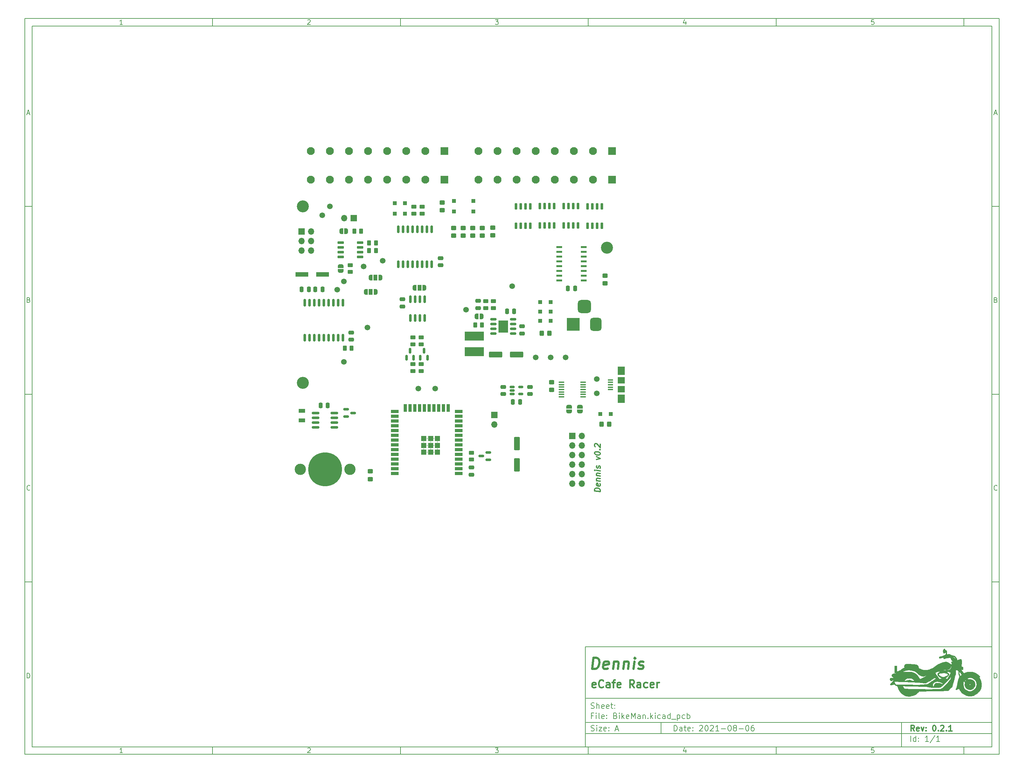
<source format=gbr>
%TF.GenerationSoftware,KiCad,Pcbnew,(5.99.0-11626-g43523df843)*%
%TF.CreationDate,2021-08-07T14:02:09-04:00*%
%TF.ProjectId,BikeMan,42696b65-4d61-46e2-9e6b-696361645f70,0.2.1*%
%TF.SameCoordinates,Original*%
%TF.FileFunction,Soldermask,Top*%
%TF.FilePolarity,Negative*%
%FSLAX46Y46*%
G04 Gerber Fmt 4.6, Leading zero omitted, Abs format (unit mm)*
G04 Created by KiCad (PCBNEW (5.99.0-11626-g43523df843)) date 2021-08-07 14:02:09*
%MOMM*%
%LPD*%
G01*
G04 APERTURE LIST*
G04 Aperture macros list*
%AMRoundRect*
0 Rectangle with rounded corners*
0 $1 Rounding radius*
0 $2 $3 $4 $5 $6 $7 $8 $9 X,Y pos of 4 corners*
0 Add a 4 corners polygon primitive as box body*
4,1,4,$2,$3,$4,$5,$6,$7,$8,$9,$2,$3,0*
0 Add four circle primitives for the rounded corners*
1,1,$1+$1,$2,$3*
1,1,$1+$1,$4,$5*
1,1,$1+$1,$6,$7*
1,1,$1+$1,$8,$9*
0 Add four rect primitives between the rounded corners*
20,1,$1+$1,$2,$3,$4,$5,0*
20,1,$1+$1,$4,$5,$6,$7,0*
20,1,$1+$1,$6,$7,$8,$9,0*
20,1,$1+$1,$8,$9,$2,$3,0*%
%AMFreePoly0*
4,1,22,0.500000,-0.750000,0.000000,-0.750000,0.000000,-0.745033,-0.079941,-0.743568,-0.215256,-0.701293,-0.333266,-0.622738,-0.424486,-0.514219,-0.481581,-0.384460,-0.499164,-0.250000,-0.500000,-0.250000,-0.500000,0.250000,-0.499164,0.250000,-0.499963,0.256109,-0.478152,0.396186,-0.417904,0.524511,-0.324060,0.630769,-0.204165,0.706417,-0.067858,0.745374,0.000000,0.744959,0.000000,0.750000,
0.500000,0.750000,0.500000,-0.750000,0.500000,-0.750000,$1*%
%AMFreePoly1*
4,1,20,0.000000,0.744959,0.073905,0.744508,0.209726,0.703889,0.328688,0.626782,0.421226,0.519385,0.479903,0.390333,0.500000,0.250000,0.500000,-0.250000,0.499851,-0.262216,0.476331,-0.402017,0.414519,-0.529596,0.319384,-0.634700,0.198574,-0.708877,0.061801,-0.746166,0.000000,-0.745033,0.000000,-0.750000,-0.500000,-0.750000,-0.500000,0.750000,0.000000,0.750000,0.000000,0.744959,
0.000000,0.744959,$1*%
%AMFreePoly2*
4,1,22,0.550000,-0.750000,0.000000,-0.750000,0.000000,-0.745033,-0.079941,-0.743568,-0.215256,-0.701293,-0.333266,-0.622738,-0.424486,-0.514219,-0.481581,-0.384460,-0.499164,-0.250000,-0.500000,-0.250000,-0.500000,0.250000,-0.499164,0.250000,-0.499963,0.256109,-0.478152,0.396186,-0.417904,0.524511,-0.324060,0.630769,-0.204165,0.706417,-0.067858,0.745374,0.000000,0.744959,0.000000,0.750000,
0.550000,0.750000,0.550000,-0.750000,0.550000,-0.750000,$1*%
%AMFreePoly3*
4,1,20,0.000000,0.744959,0.073905,0.744508,0.209726,0.703889,0.328688,0.626782,0.421226,0.519385,0.479903,0.390333,0.500000,0.250000,0.500000,-0.250000,0.499851,-0.262216,0.476331,-0.402017,0.414519,-0.529596,0.319384,-0.634700,0.198574,-0.708877,0.061801,-0.746166,0.000000,-0.745033,0.000000,-0.750000,-0.550000,-0.750000,-0.550000,0.750000,0.000000,0.750000,0.000000,0.744959,
0.000000,0.744959,$1*%
G04 Aperture macros list end*
%ADD10C,0.100000*%
%ADD11C,0.150000*%
%ADD12C,0.300000*%
%ADD13C,0.600000*%
%ADD14C,0.400000*%
%ADD15C,1.500000*%
%ADD16C,3.200000*%
%ADD17RoundRect,0.150000X-0.587500X-0.150000X0.587500X-0.150000X0.587500X0.150000X-0.587500X0.150000X0*%
%ADD18RoundRect,0.250000X0.450000X-0.325000X0.450000X0.325000X-0.450000X0.325000X-0.450000X-0.325000X0*%
%ADD19RoundRect,0.250000X0.250000X0.475000X-0.250000X0.475000X-0.250000X-0.475000X0.250000X-0.475000X0*%
%ADD20RoundRect,0.250000X0.262500X0.450000X-0.262500X0.450000X-0.262500X-0.450000X0.262500X-0.450000X0*%
%ADD21RoundRect,0.250000X-0.450000X0.325000X-0.450000X-0.325000X0.450000X-0.325000X0.450000X0.325000X0*%
%ADD22RoundRect,0.250000X-0.262500X-0.450000X0.262500X-0.450000X0.262500X0.450000X-0.262500X0.450000X0*%
%ADD23RoundRect,0.250000X0.550000X-1.500000X0.550000X1.500000X-0.550000X1.500000X-0.550000X-1.500000X0*%
%ADD24FreePoly0,0.000000*%
%ADD25FreePoly1,0.000000*%
%ADD26R,2.100000X2.100000*%
%ADD27C,2.100000*%
%ADD28RoundRect,0.150000X0.150000X-0.587500X0.150000X0.587500X-0.150000X0.587500X-0.150000X-0.587500X0*%
%ADD29RoundRect,0.250000X-0.450000X0.262500X-0.450000X-0.262500X0.450000X-0.262500X0.450000X0.262500X0*%
%ADD30FreePoly0,90.000000*%
%ADD31FreePoly1,90.000000*%
%ADD32FreePoly2,0.000000*%
%ADD33R,1.000000X1.500000*%
%ADD34FreePoly3,0.000000*%
%ADD35R,1.400000X0.400000*%
%ADD36R,1.900000X2.300000*%
%ADD37R,1.900000X1.800000*%
%ADD38R,1.100000X1.100000*%
%ADD39RoundRect,0.250000X-1.500000X-0.550000X1.500000X-0.550000X1.500000X0.550000X-1.500000X0.550000X0*%
%ADD40RoundRect,0.250000X0.475000X-0.250000X0.475000X0.250000X-0.475000X0.250000X-0.475000X-0.250000X0*%
%ADD41RoundRect,0.150000X0.150000X-0.725000X0.150000X0.725000X-0.150000X0.725000X-0.150000X-0.725000X0*%
%ADD42R,3.500000X3.500000*%
%ADD43RoundRect,0.750000X0.750000X1.000000X-0.750000X1.000000X-0.750000X-1.000000X0.750000X-1.000000X0*%
%ADD44RoundRect,0.875000X0.875000X0.875000X-0.875000X0.875000X-0.875000X-0.875000X0.875000X-0.875000X0*%
%ADD45RoundRect,0.150000X0.587500X0.150000X-0.587500X0.150000X-0.587500X-0.150000X0.587500X-0.150000X0*%
%ADD46R,1.700000X1.700000*%
%ADD47O,1.700000X1.700000*%
%ADD48RoundRect,0.250000X0.450000X-0.262500X0.450000X0.262500X-0.450000X0.262500X-0.450000X-0.262500X0*%
%ADD49RoundRect,0.150000X-0.150000X0.875000X-0.150000X-0.875000X0.150000X-0.875000X0.150000X0.875000X0*%
%ADD50RoundRect,0.250000X-0.475000X0.250000X-0.475000X-0.250000X0.475000X-0.250000X0.475000X0.250000X0*%
%ADD51RoundRect,0.250000X-0.325000X-0.450000X0.325000X-0.450000X0.325000X0.450000X-0.325000X0.450000X0*%
%ADD52RoundRect,0.150000X0.150000X-0.825000X0.150000X0.825000X-0.150000X0.825000X-0.150000X-0.825000X0*%
%ADD53RoundRect,0.150000X0.725000X0.150000X-0.725000X0.150000X-0.725000X-0.150000X0.725000X-0.150000X0*%
%ADD54FreePoly0,270.000000*%
%ADD55FreePoly1,270.000000*%
%ADD56R,5.100000X2.350000*%
%ADD57R,1.800000X1.000000*%
%ADD58RoundRect,0.150000X-0.512500X-0.150000X0.512500X-0.150000X0.512500X0.150000X-0.512500X0.150000X0*%
%ADD59R,3.500000X1.200000*%
%ADD60RoundRect,0.250000X-0.250000X-0.475000X0.250000X-0.475000X0.250000X0.475000X-0.250000X0.475000X0*%
%ADD61R,2.000000X0.900000*%
%ADD62R,0.900000X2.000000*%
%ADD63R,1.330000X1.330000*%
%ADD64C,0.300000*%
%ADD65C,3.000000*%
%ADD66C,9.000000*%
%ADD67RoundRect,0.100000X-0.637500X-0.100000X0.637500X-0.100000X0.637500X0.100000X-0.637500X0.100000X0*%
%ADD68RoundRect,0.150000X0.662500X0.150000X-0.662500X0.150000X-0.662500X-0.150000X0.662500X-0.150000X0*%
%ADD69R,2.514000X3.200000*%
%ADD70RoundRect,0.150000X-0.825000X-0.150000X0.825000X-0.150000X0.825000X0.150000X-0.825000X0.150000X0*%
%ADD71RoundRect,0.137500X0.662500X0.137500X-0.662500X0.137500X-0.662500X-0.137500X0.662500X-0.137500X0*%
G04 APERTURE END LIST*
D10*
D11*
X159225488Y-177289968D02*
X159225488Y-203900024D01*
X267400024Y-203900024D01*
X267400024Y-177289968D01*
X159225488Y-177289968D01*
D10*
D11*
X10000000Y-10000000D02*
X10000000Y-205900000D01*
X269400000Y-205900000D01*
X269400000Y-10000000D01*
X10000000Y-10000000D01*
D10*
D11*
X12000000Y-12000000D02*
X12000000Y-203900000D01*
X267400000Y-203900000D01*
X267400000Y-12000000D01*
X12000000Y-12000000D01*
D10*
D11*
X60000000Y-12000000D02*
X60000000Y-10000000D01*
D10*
D11*
X110000000Y-12000000D02*
X110000000Y-10000000D01*
D10*
D11*
X160000000Y-12000000D02*
X160000000Y-10000000D01*
D10*
D11*
X210000000Y-12000000D02*
X210000000Y-10000000D01*
D10*
D11*
X260000000Y-12000000D02*
X260000000Y-10000000D01*
D10*
D11*
X36065476Y-11588095D02*
X35322619Y-11588095D01*
X35694047Y-11588095D02*
X35694047Y-10288095D01*
X35570238Y-10473809D01*
X35446428Y-10597619D01*
X35322619Y-10659523D01*
D10*
D11*
X85322619Y-10411904D02*
X85384523Y-10350000D01*
X85508333Y-10288095D01*
X85817857Y-10288095D01*
X85941666Y-10350000D01*
X86003571Y-10411904D01*
X86065476Y-10535714D01*
X86065476Y-10659523D01*
X86003571Y-10845238D01*
X85260714Y-11588095D01*
X86065476Y-11588095D01*
D10*
D11*
X135260714Y-10288095D02*
X136065476Y-10288095D01*
X135632142Y-10783333D01*
X135817857Y-10783333D01*
X135941666Y-10845238D01*
X136003571Y-10907142D01*
X136065476Y-11030952D01*
X136065476Y-11340476D01*
X136003571Y-11464285D01*
X135941666Y-11526190D01*
X135817857Y-11588095D01*
X135446428Y-11588095D01*
X135322619Y-11526190D01*
X135260714Y-11464285D01*
D10*
D11*
X185941666Y-10721428D02*
X185941666Y-11588095D01*
X185632142Y-10226190D02*
X185322619Y-11154761D01*
X186127380Y-11154761D01*
D10*
D11*
X236003571Y-10288095D02*
X235384523Y-10288095D01*
X235322619Y-10907142D01*
X235384523Y-10845238D01*
X235508333Y-10783333D01*
X235817857Y-10783333D01*
X235941666Y-10845238D01*
X236003571Y-10907142D01*
X236065476Y-11030952D01*
X236065476Y-11340476D01*
X236003571Y-11464285D01*
X235941666Y-11526190D01*
X235817857Y-11588095D01*
X235508333Y-11588095D01*
X235384523Y-11526190D01*
X235322619Y-11464285D01*
D10*
D11*
X60000000Y-203900000D02*
X60000000Y-205900000D01*
D10*
D11*
X110000000Y-203900000D02*
X110000000Y-205900000D01*
D10*
D11*
X160000000Y-203900000D02*
X160000000Y-205900000D01*
D10*
D11*
X210000000Y-203900000D02*
X210000000Y-205900000D01*
D10*
D11*
X260000000Y-203900000D02*
X260000000Y-205900000D01*
D10*
D11*
X36065476Y-205488095D02*
X35322619Y-205488095D01*
X35694047Y-205488095D02*
X35694047Y-204188095D01*
X35570238Y-204373809D01*
X35446428Y-204497619D01*
X35322619Y-204559523D01*
D10*
D11*
X85322619Y-204311904D02*
X85384523Y-204250000D01*
X85508333Y-204188095D01*
X85817857Y-204188095D01*
X85941666Y-204250000D01*
X86003571Y-204311904D01*
X86065476Y-204435714D01*
X86065476Y-204559523D01*
X86003571Y-204745238D01*
X85260714Y-205488095D01*
X86065476Y-205488095D01*
D10*
D11*
X135260714Y-204188095D02*
X136065476Y-204188095D01*
X135632142Y-204683333D01*
X135817857Y-204683333D01*
X135941666Y-204745238D01*
X136003571Y-204807142D01*
X136065476Y-204930952D01*
X136065476Y-205240476D01*
X136003571Y-205364285D01*
X135941666Y-205426190D01*
X135817857Y-205488095D01*
X135446428Y-205488095D01*
X135322619Y-205426190D01*
X135260714Y-205364285D01*
D10*
D11*
X185941666Y-204621428D02*
X185941666Y-205488095D01*
X185632142Y-204126190D02*
X185322619Y-205054761D01*
X186127380Y-205054761D01*
D10*
D11*
X236003571Y-204188095D02*
X235384523Y-204188095D01*
X235322619Y-204807142D01*
X235384523Y-204745238D01*
X235508333Y-204683333D01*
X235817857Y-204683333D01*
X235941666Y-204745238D01*
X236003571Y-204807142D01*
X236065476Y-204930952D01*
X236065476Y-205240476D01*
X236003571Y-205364285D01*
X235941666Y-205426190D01*
X235817857Y-205488095D01*
X235508333Y-205488095D01*
X235384523Y-205426190D01*
X235322619Y-205364285D01*
D10*
D11*
X10000000Y-60000000D02*
X12000000Y-60000000D01*
D10*
D11*
X10000000Y-110000000D02*
X12000000Y-110000000D01*
D10*
D11*
X10000000Y-160000000D02*
X12000000Y-160000000D01*
D10*
D11*
X10690476Y-35216666D02*
X11309523Y-35216666D01*
X10566666Y-35588095D02*
X11000000Y-34288095D01*
X11433333Y-35588095D01*
D10*
D11*
X11092857Y-84907142D02*
X11278571Y-84969047D01*
X11340476Y-85030952D01*
X11402380Y-85154761D01*
X11402380Y-85340476D01*
X11340476Y-85464285D01*
X11278571Y-85526190D01*
X11154761Y-85588095D01*
X10659523Y-85588095D01*
X10659523Y-84288095D01*
X11092857Y-84288095D01*
X11216666Y-84350000D01*
X11278571Y-84411904D01*
X11340476Y-84535714D01*
X11340476Y-84659523D01*
X11278571Y-84783333D01*
X11216666Y-84845238D01*
X11092857Y-84907142D01*
X10659523Y-84907142D01*
D10*
D11*
X11402380Y-135464285D02*
X11340476Y-135526190D01*
X11154761Y-135588095D01*
X11030952Y-135588095D01*
X10845238Y-135526190D01*
X10721428Y-135402380D01*
X10659523Y-135278571D01*
X10597619Y-135030952D01*
X10597619Y-134845238D01*
X10659523Y-134597619D01*
X10721428Y-134473809D01*
X10845238Y-134350000D01*
X11030952Y-134288095D01*
X11154761Y-134288095D01*
X11340476Y-134350000D01*
X11402380Y-134411904D01*
D10*
D11*
X10659523Y-185588095D02*
X10659523Y-184288095D01*
X10969047Y-184288095D01*
X11154761Y-184350000D01*
X11278571Y-184473809D01*
X11340476Y-184597619D01*
X11402380Y-184845238D01*
X11402380Y-185030952D01*
X11340476Y-185278571D01*
X11278571Y-185402380D01*
X11154761Y-185526190D01*
X10969047Y-185588095D01*
X10659523Y-185588095D01*
D10*
D11*
X269400000Y-60000000D02*
X267400000Y-60000000D01*
D10*
D11*
X269400000Y-110000000D02*
X267400000Y-110000000D01*
D10*
D11*
X269400000Y-160000000D02*
X267400000Y-160000000D01*
D10*
D11*
X268090476Y-35216666D02*
X268709523Y-35216666D01*
X267966666Y-35588095D02*
X268400000Y-34288095D01*
X268833333Y-35588095D01*
D10*
D11*
X268492857Y-84907142D02*
X268678571Y-84969047D01*
X268740476Y-85030952D01*
X268802380Y-85154761D01*
X268802380Y-85340476D01*
X268740476Y-85464285D01*
X268678571Y-85526190D01*
X268554761Y-85588095D01*
X268059523Y-85588095D01*
X268059523Y-84288095D01*
X268492857Y-84288095D01*
X268616666Y-84350000D01*
X268678571Y-84411904D01*
X268740476Y-84535714D01*
X268740476Y-84659523D01*
X268678571Y-84783333D01*
X268616666Y-84845238D01*
X268492857Y-84907142D01*
X268059523Y-84907142D01*
D10*
D11*
X268802380Y-135464285D02*
X268740476Y-135526190D01*
X268554761Y-135588095D01*
X268430952Y-135588095D01*
X268245238Y-135526190D01*
X268121428Y-135402380D01*
X268059523Y-135278571D01*
X267997619Y-135030952D01*
X267997619Y-134845238D01*
X268059523Y-134597619D01*
X268121428Y-134473809D01*
X268245238Y-134350000D01*
X268430952Y-134288095D01*
X268554761Y-134288095D01*
X268740476Y-134350000D01*
X268802380Y-134411904D01*
D10*
D11*
X268059523Y-185588095D02*
X268059523Y-184288095D01*
X268369047Y-184288095D01*
X268554761Y-184350000D01*
X268678571Y-184473809D01*
X268740476Y-184597619D01*
X268802380Y-184845238D01*
X268802380Y-185030952D01*
X268740476Y-185278571D01*
X268678571Y-185402380D01*
X268554761Y-185526190D01*
X268369047Y-185588095D01*
X268059523Y-185588095D01*
D10*
D11*
X182832142Y-199678571D02*
X182832142Y-198178571D01*
X183189285Y-198178571D01*
X183403571Y-198250000D01*
X183546428Y-198392857D01*
X183617857Y-198535714D01*
X183689285Y-198821428D01*
X183689285Y-199035714D01*
X183617857Y-199321428D01*
X183546428Y-199464285D01*
X183403571Y-199607142D01*
X183189285Y-199678571D01*
X182832142Y-199678571D01*
X184975000Y-199678571D02*
X184975000Y-198892857D01*
X184903571Y-198750000D01*
X184760714Y-198678571D01*
X184475000Y-198678571D01*
X184332142Y-198750000D01*
X184975000Y-199607142D02*
X184832142Y-199678571D01*
X184475000Y-199678571D01*
X184332142Y-199607142D01*
X184260714Y-199464285D01*
X184260714Y-199321428D01*
X184332142Y-199178571D01*
X184475000Y-199107142D01*
X184832142Y-199107142D01*
X184975000Y-199035714D01*
X185475000Y-198678571D02*
X186046428Y-198678571D01*
X185689285Y-198178571D02*
X185689285Y-199464285D01*
X185760714Y-199607142D01*
X185903571Y-199678571D01*
X186046428Y-199678571D01*
X187117857Y-199607142D02*
X186975000Y-199678571D01*
X186689285Y-199678571D01*
X186546428Y-199607142D01*
X186475000Y-199464285D01*
X186475000Y-198892857D01*
X186546428Y-198750000D01*
X186689285Y-198678571D01*
X186975000Y-198678571D01*
X187117857Y-198750000D01*
X187189285Y-198892857D01*
X187189285Y-199035714D01*
X186475000Y-199178571D01*
X187832142Y-199535714D02*
X187903571Y-199607142D01*
X187832142Y-199678571D01*
X187760714Y-199607142D01*
X187832142Y-199535714D01*
X187832142Y-199678571D01*
X187832142Y-198750000D02*
X187903571Y-198821428D01*
X187832142Y-198892857D01*
X187760714Y-198821428D01*
X187832142Y-198750000D01*
X187832142Y-198892857D01*
X189617857Y-198321428D02*
X189689285Y-198250000D01*
X189832142Y-198178571D01*
X190189285Y-198178571D01*
X190332142Y-198250000D01*
X190403571Y-198321428D01*
X190475000Y-198464285D01*
X190475000Y-198607142D01*
X190403571Y-198821428D01*
X189546428Y-199678571D01*
X190475000Y-199678571D01*
X191403571Y-198178571D02*
X191546428Y-198178571D01*
X191689285Y-198250000D01*
X191760714Y-198321428D01*
X191832142Y-198464285D01*
X191903571Y-198750000D01*
X191903571Y-199107142D01*
X191832142Y-199392857D01*
X191760714Y-199535714D01*
X191689285Y-199607142D01*
X191546428Y-199678571D01*
X191403571Y-199678571D01*
X191260714Y-199607142D01*
X191189285Y-199535714D01*
X191117857Y-199392857D01*
X191046428Y-199107142D01*
X191046428Y-198750000D01*
X191117857Y-198464285D01*
X191189285Y-198321428D01*
X191260714Y-198250000D01*
X191403571Y-198178571D01*
X192475000Y-198321428D02*
X192546428Y-198250000D01*
X192689285Y-198178571D01*
X193046428Y-198178571D01*
X193189285Y-198250000D01*
X193260714Y-198321428D01*
X193332142Y-198464285D01*
X193332142Y-198607142D01*
X193260714Y-198821428D01*
X192403571Y-199678571D01*
X193332142Y-199678571D01*
X194760714Y-199678571D02*
X193903571Y-199678571D01*
X194332142Y-199678571D02*
X194332142Y-198178571D01*
X194189285Y-198392857D01*
X194046428Y-198535714D01*
X193903571Y-198607142D01*
X195403571Y-199107142D02*
X196546428Y-199107142D01*
X197546428Y-198178571D02*
X197689285Y-198178571D01*
X197832142Y-198250000D01*
X197903571Y-198321428D01*
X197975000Y-198464285D01*
X198046428Y-198750000D01*
X198046428Y-199107142D01*
X197975000Y-199392857D01*
X197903571Y-199535714D01*
X197832142Y-199607142D01*
X197689285Y-199678571D01*
X197546428Y-199678571D01*
X197403571Y-199607142D01*
X197332142Y-199535714D01*
X197260714Y-199392857D01*
X197189285Y-199107142D01*
X197189285Y-198750000D01*
X197260714Y-198464285D01*
X197332142Y-198321428D01*
X197403571Y-198250000D01*
X197546428Y-198178571D01*
X198903571Y-198821428D02*
X198760714Y-198750000D01*
X198689285Y-198678571D01*
X198617857Y-198535714D01*
X198617857Y-198464285D01*
X198689285Y-198321428D01*
X198760714Y-198250000D01*
X198903571Y-198178571D01*
X199189285Y-198178571D01*
X199332142Y-198250000D01*
X199403571Y-198321428D01*
X199475000Y-198464285D01*
X199475000Y-198535714D01*
X199403571Y-198678571D01*
X199332142Y-198750000D01*
X199189285Y-198821428D01*
X198903571Y-198821428D01*
X198760714Y-198892857D01*
X198689285Y-198964285D01*
X198617857Y-199107142D01*
X198617857Y-199392857D01*
X198689285Y-199535714D01*
X198760714Y-199607142D01*
X198903571Y-199678571D01*
X199189285Y-199678571D01*
X199332142Y-199607142D01*
X199403571Y-199535714D01*
X199475000Y-199392857D01*
X199475000Y-199107142D01*
X199403571Y-198964285D01*
X199332142Y-198892857D01*
X199189285Y-198821428D01*
X200117857Y-199107142D02*
X201260714Y-199107142D01*
X202260714Y-198178571D02*
X202403571Y-198178571D01*
X202546428Y-198250000D01*
X202617857Y-198321428D01*
X202689285Y-198464285D01*
X202760714Y-198750000D01*
X202760714Y-199107142D01*
X202689285Y-199392857D01*
X202617857Y-199535714D01*
X202546428Y-199607142D01*
X202403571Y-199678571D01*
X202260714Y-199678571D01*
X202117857Y-199607142D01*
X202046428Y-199535714D01*
X201975000Y-199392857D01*
X201903571Y-199107142D01*
X201903571Y-198750000D01*
X201975000Y-198464285D01*
X202046428Y-198321428D01*
X202117857Y-198250000D01*
X202260714Y-198178571D01*
X204046428Y-198178571D02*
X203760714Y-198178571D01*
X203617857Y-198250000D01*
X203546428Y-198321428D01*
X203403571Y-198535714D01*
X203332142Y-198821428D01*
X203332142Y-199392857D01*
X203403571Y-199535714D01*
X203475000Y-199607142D01*
X203617857Y-199678571D01*
X203903571Y-199678571D01*
X204046428Y-199607142D01*
X204117857Y-199535714D01*
X204189285Y-199392857D01*
X204189285Y-199035714D01*
X204117857Y-198892857D01*
X204046428Y-198821428D01*
X203903571Y-198750000D01*
X203617857Y-198750000D01*
X203475000Y-198821428D01*
X203403571Y-198892857D01*
X203332142Y-199035714D01*
D10*
D11*
X159400000Y-200400000D02*
X267400000Y-200400000D01*
D10*
D11*
X159400000Y-197400000D02*
X267400000Y-197400000D01*
D10*
D12*
X246809285Y-199678571D02*
X246309285Y-198964285D01*
X245952142Y-199678571D02*
X245952142Y-198178571D01*
X246523571Y-198178571D01*
X246666428Y-198250000D01*
X246737857Y-198321428D01*
X246809285Y-198464285D01*
X246809285Y-198678571D01*
X246737857Y-198821428D01*
X246666428Y-198892857D01*
X246523571Y-198964285D01*
X245952142Y-198964285D01*
X248023571Y-199607142D02*
X247880714Y-199678571D01*
X247595000Y-199678571D01*
X247452142Y-199607142D01*
X247380714Y-199464285D01*
X247380714Y-198892857D01*
X247452142Y-198750000D01*
X247595000Y-198678571D01*
X247880714Y-198678571D01*
X248023571Y-198750000D01*
X248095000Y-198892857D01*
X248095000Y-199035714D01*
X247380714Y-199178571D01*
X248595000Y-198678571D02*
X248952142Y-199678571D01*
X249309285Y-198678571D01*
X249880714Y-199535714D02*
X249952142Y-199607142D01*
X249880714Y-199678571D01*
X249809285Y-199607142D01*
X249880714Y-199535714D01*
X249880714Y-199678571D01*
X249880714Y-198750000D02*
X249952142Y-198821428D01*
X249880714Y-198892857D01*
X249809285Y-198821428D01*
X249880714Y-198750000D01*
X249880714Y-198892857D01*
X252023571Y-198178571D02*
X252166428Y-198178571D01*
X252309285Y-198250000D01*
X252380714Y-198321428D01*
X252452142Y-198464285D01*
X252523571Y-198750000D01*
X252523571Y-199107142D01*
X252452142Y-199392857D01*
X252380714Y-199535714D01*
X252309285Y-199607142D01*
X252166428Y-199678571D01*
X252023571Y-199678571D01*
X251880714Y-199607142D01*
X251809285Y-199535714D01*
X251737857Y-199392857D01*
X251666428Y-199107142D01*
X251666428Y-198750000D01*
X251737857Y-198464285D01*
X251809285Y-198321428D01*
X251880714Y-198250000D01*
X252023571Y-198178571D01*
X253166428Y-199535714D02*
X253237857Y-199607142D01*
X253166428Y-199678571D01*
X253095000Y-199607142D01*
X253166428Y-199535714D01*
X253166428Y-199678571D01*
X253809285Y-198321428D02*
X253880714Y-198250000D01*
X254023571Y-198178571D01*
X254380714Y-198178571D01*
X254523571Y-198250000D01*
X254595000Y-198321428D01*
X254666428Y-198464285D01*
X254666428Y-198607142D01*
X254595000Y-198821428D01*
X253737857Y-199678571D01*
X254666428Y-199678571D01*
X255309285Y-199535714D02*
X255380714Y-199607142D01*
X255309285Y-199678571D01*
X255237857Y-199607142D01*
X255309285Y-199535714D01*
X255309285Y-199678571D01*
X256809285Y-199678571D02*
X255952142Y-199678571D01*
X256380714Y-199678571D02*
X256380714Y-198178571D01*
X256237857Y-198392857D01*
X256095000Y-198535714D01*
X255952142Y-198607142D01*
D10*
D11*
X160760714Y-199607142D02*
X160975000Y-199678571D01*
X161332142Y-199678571D01*
X161475000Y-199607142D01*
X161546428Y-199535714D01*
X161617857Y-199392857D01*
X161617857Y-199250000D01*
X161546428Y-199107142D01*
X161475000Y-199035714D01*
X161332142Y-198964285D01*
X161046428Y-198892857D01*
X160903571Y-198821428D01*
X160832142Y-198750000D01*
X160760714Y-198607142D01*
X160760714Y-198464285D01*
X160832142Y-198321428D01*
X160903571Y-198250000D01*
X161046428Y-198178571D01*
X161403571Y-198178571D01*
X161617857Y-198250000D01*
X162260714Y-199678571D02*
X162260714Y-198678571D01*
X162260714Y-198178571D02*
X162189285Y-198250000D01*
X162260714Y-198321428D01*
X162332142Y-198250000D01*
X162260714Y-198178571D01*
X162260714Y-198321428D01*
X162832142Y-198678571D02*
X163617857Y-198678571D01*
X162832142Y-199678571D01*
X163617857Y-199678571D01*
X164760714Y-199607142D02*
X164617857Y-199678571D01*
X164332142Y-199678571D01*
X164189285Y-199607142D01*
X164117857Y-199464285D01*
X164117857Y-198892857D01*
X164189285Y-198750000D01*
X164332142Y-198678571D01*
X164617857Y-198678571D01*
X164760714Y-198750000D01*
X164832142Y-198892857D01*
X164832142Y-199035714D01*
X164117857Y-199178571D01*
X165475000Y-199535714D02*
X165546428Y-199607142D01*
X165475000Y-199678571D01*
X165403571Y-199607142D01*
X165475000Y-199535714D01*
X165475000Y-199678571D01*
X165475000Y-198750000D02*
X165546428Y-198821428D01*
X165475000Y-198892857D01*
X165403571Y-198821428D01*
X165475000Y-198750000D01*
X165475000Y-198892857D01*
X167260714Y-199250000D02*
X167975000Y-199250000D01*
X167117857Y-199678571D02*
X167617857Y-198178571D01*
X168117857Y-199678571D01*
D10*
D11*
X245832142Y-202478571D02*
X245832142Y-200978571D01*
X247189285Y-202478571D02*
X247189285Y-200978571D01*
X247189285Y-202407142D02*
X247046428Y-202478571D01*
X246760714Y-202478571D01*
X246617857Y-202407142D01*
X246546428Y-202335714D01*
X246475000Y-202192857D01*
X246475000Y-201764285D01*
X246546428Y-201621428D01*
X246617857Y-201550000D01*
X246760714Y-201478571D01*
X247046428Y-201478571D01*
X247189285Y-201550000D01*
X247903571Y-202335714D02*
X247975000Y-202407142D01*
X247903571Y-202478571D01*
X247832142Y-202407142D01*
X247903571Y-202335714D01*
X247903571Y-202478571D01*
X247903571Y-201550000D02*
X247975000Y-201621428D01*
X247903571Y-201692857D01*
X247832142Y-201621428D01*
X247903571Y-201550000D01*
X247903571Y-201692857D01*
X250546428Y-202478571D02*
X249689285Y-202478571D01*
X250117857Y-202478571D02*
X250117857Y-200978571D01*
X249975000Y-201192857D01*
X249832142Y-201335714D01*
X249689285Y-201407142D01*
X252260714Y-200907142D02*
X250975000Y-202835714D01*
X253546428Y-202478571D02*
X252689285Y-202478571D01*
X253117857Y-202478571D02*
X253117857Y-200978571D01*
X252975000Y-201192857D01*
X252832142Y-201335714D01*
X252689285Y-201407142D01*
D10*
D13*
X161005998Y-183137830D02*
X161380998Y-180137830D01*
X162095284Y-180137830D01*
X162505998Y-180280688D01*
X162755998Y-180566402D01*
X162863141Y-180852116D01*
X162934570Y-181423545D01*
X162880998Y-181852116D01*
X162666713Y-182423545D01*
X162488141Y-182709259D01*
X162166713Y-182994973D01*
X161720284Y-183137830D01*
X161005998Y-183137830D01*
X165166713Y-182994973D02*
X164863141Y-183137830D01*
X164291713Y-183137830D01*
X164023856Y-182994973D01*
X163916713Y-182709259D01*
X164059570Y-181566402D01*
X164238141Y-181280688D01*
X164541713Y-181137830D01*
X165113141Y-181137830D01*
X165380998Y-181280688D01*
X165488141Y-181566402D01*
X165452427Y-181852116D01*
X163988141Y-182137830D01*
X166827427Y-181137830D02*
X166577427Y-183137830D01*
X166791713Y-181423545D02*
X166952427Y-181280688D01*
X167255998Y-181137830D01*
X167684570Y-181137830D01*
X167952427Y-181280688D01*
X168059570Y-181566402D01*
X167863141Y-183137830D01*
X169541713Y-181137830D02*
X169291713Y-183137830D01*
X169505998Y-181423545D02*
X169666713Y-181280688D01*
X169970284Y-181137830D01*
X170398856Y-181137830D01*
X170666713Y-181280688D01*
X170773856Y-181566402D01*
X170577427Y-183137830D01*
X172005998Y-183137830D02*
X172255998Y-181137830D01*
X172380998Y-180137830D02*
X172220284Y-180280688D01*
X172345284Y-180423545D01*
X172505998Y-180280688D01*
X172380998Y-180137830D01*
X172345284Y-180423545D01*
X173309570Y-182994973D02*
X173577427Y-183137830D01*
X174148856Y-183137830D01*
X174452427Y-182994973D01*
X174630998Y-182709259D01*
X174648856Y-182566402D01*
X174541713Y-182280688D01*
X174273856Y-182137830D01*
X173845284Y-182137830D01*
X173577427Y-181994973D01*
X173470284Y-181709259D01*
X173488141Y-181566402D01*
X173666713Y-181280688D01*
X173970284Y-181137830D01*
X174398856Y-181137830D01*
X174666713Y-181280688D01*
D10*
D11*
X161332126Y-195622209D02*
X160832126Y-195622209D01*
X160832126Y-196407923D02*
X160832126Y-194907923D01*
X161546412Y-194907923D01*
X162117841Y-196407923D02*
X162117841Y-195407923D01*
X162117841Y-194907923D02*
X162046412Y-194979352D01*
X162117841Y-195050780D01*
X162189269Y-194979352D01*
X162117841Y-194907923D01*
X162117841Y-195050780D01*
X163046412Y-196407923D02*
X162903555Y-196336494D01*
X162832126Y-196193637D01*
X162832126Y-194907923D01*
X164189269Y-196336494D02*
X164046412Y-196407923D01*
X163760698Y-196407923D01*
X163617841Y-196336494D01*
X163546412Y-196193637D01*
X163546412Y-195622209D01*
X163617841Y-195479352D01*
X163760698Y-195407923D01*
X164046412Y-195407923D01*
X164189269Y-195479352D01*
X164260698Y-195622209D01*
X164260698Y-195765066D01*
X163546412Y-195907923D01*
X164903555Y-196265066D02*
X164974984Y-196336494D01*
X164903555Y-196407923D01*
X164832126Y-196336494D01*
X164903555Y-196265066D01*
X164903555Y-196407923D01*
X164903555Y-195479352D02*
X164974984Y-195550780D01*
X164903555Y-195622209D01*
X164832126Y-195550780D01*
X164903555Y-195479352D01*
X164903555Y-195622209D01*
X167260698Y-195622209D02*
X167474984Y-195693637D01*
X167546412Y-195765066D01*
X167617841Y-195907923D01*
X167617841Y-196122209D01*
X167546412Y-196265066D01*
X167474984Y-196336494D01*
X167332126Y-196407923D01*
X166760698Y-196407923D01*
X166760698Y-194907923D01*
X167260698Y-194907923D01*
X167403555Y-194979352D01*
X167474984Y-195050780D01*
X167546412Y-195193637D01*
X167546412Y-195336494D01*
X167474984Y-195479352D01*
X167403555Y-195550780D01*
X167260698Y-195622209D01*
X166760698Y-195622209D01*
X168260698Y-196407923D02*
X168260698Y-195407923D01*
X168260698Y-194907923D02*
X168189269Y-194979352D01*
X168260698Y-195050780D01*
X168332126Y-194979352D01*
X168260698Y-194907923D01*
X168260698Y-195050780D01*
X168974984Y-196407923D02*
X168974984Y-194907923D01*
X169117841Y-195836494D02*
X169546412Y-196407923D01*
X169546412Y-195407923D02*
X168974984Y-195979352D01*
X170760698Y-196336494D02*
X170617841Y-196407923D01*
X170332126Y-196407923D01*
X170189269Y-196336494D01*
X170117841Y-196193637D01*
X170117841Y-195622209D01*
X170189269Y-195479352D01*
X170332126Y-195407923D01*
X170617841Y-195407923D01*
X170760698Y-195479352D01*
X170832126Y-195622209D01*
X170832126Y-195765066D01*
X170117841Y-195907923D01*
X171474984Y-196407923D02*
X171474984Y-194907923D01*
X171974984Y-195979352D01*
X172474984Y-194907923D01*
X172474984Y-196407923D01*
X173832126Y-196407923D02*
X173832126Y-195622209D01*
X173760698Y-195479352D01*
X173617841Y-195407923D01*
X173332126Y-195407923D01*
X173189269Y-195479352D01*
X173832126Y-196336494D02*
X173689269Y-196407923D01*
X173332126Y-196407923D01*
X173189269Y-196336494D01*
X173117841Y-196193637D01*
X173117841Y-196050780D01*
X173189269Y-195907923D01*
X173332126Y-195836494D01*
X173689269Y-195836494D01*
X173832126Y-195765066D01*
X174546412Y-195407923D02*
X174546412Y-196407923D01*
X174546412Y-195550780D02*
X174617841Y-195479352D01*
X174760698Y-195407923D01*
X174974984Y-195407923D01*
X175117841Y-195479352D01*
X175189269Y-195622209D01*
X175189269Y-196407923D01*
X175903555Y-196265066D02*
X175974984Y-196336494D01*
X175903555Y-196407923D01*
X175832126Y-196336494D01*
X175903555Y-196265066D01*
X175903555Y-196407923D01*
X176617841Y-196407923D02*
X176617841Y-194907923D01*
X176760698Y-195836494D02*
X177189269Y-196407923D01*
X177189269Y-195407923D02*
X176617841Y-195979352D01*
X177832126Y-196407923D02*
X177832126Y-195407923D01*
X177832126Y-194907923D02*
X177760698Y-194979352D01*
X177832126Y-195050780D01*
X177903555Y-194979352D01*
X177832126Y-194907923D01*
X177832126Y-195050780D01*
X179189269Y-196336494D02*
X179046412Y-196407923D01*
X178760698Y-196407923D01*
X178617841Y-196336494D01*
X178546412Y-196265066D01*
X178474984Y-196122209D01*
X178474984Y-195693637D01*
X178546412Y-195550780D01*
X178617841Y-195479352D01*
X178760698Y-195407923D01*
X179046412Y-195407923D01*
X179189269Y-195479352D01*
X180474984Y-196407923D02*
X180474984Y-195622209D01*
X180403555Y-195479352D01*
X180260698Y-195407923D01*
X179974984Y-195407923D01*
X179832126Y-195479352D01*
X180474984Y-196336494D02*
X180332126Y-196407923D01*
X179974984Y-196407923D01*
X179832126Y-196336494D01*
X179760698Y-196193637D01*
X179760698Y-196050780D01*
X179832126Y-195907923D01*
X179974984Y-195836494D01*
X180332126Y-195836494D01*
X180474984Y-195765066D01*
X181832126Y-196407923D02*
X181832126Y-194907923D01*
X181832126Y-196336494D02*
X181689269Y-196407923D01*
X181403555Y-196407923D01*
X181260698Y-196336494D01*
X181189269Y-196265066D01*
X181117841Y-196122209D01*
X181117841Y-195693637D01*
X181189269Y-195550780D01*
X181260698Y-195479352D01*
X181403555Y-195407923D01*
X181689269Y-195407923D01*
X181832126Y-195479352D01*
X182189269Y-196550780D02*
X183332126Y-196550780D01*
X183689269Y-195407923D02*
X183689269Y-196907923D01*
X183689269Y-195479352D02*
X183832126Y-195407923D01*
X184117841Y-195407923D01*
X184260698Y-195479352D01*
X184332126Y-195550780D01*
X184403555Y-195693637D01*
X184403555Y-196122209D01*
X184332126Y-196265066D01*
X184260698Y-196336494D01*
X184117841Y-196407923D01*
X183832126Y-196407923D01*
X183689269Y-196336494D01*
X185689269Y-196336494D02*
X185546412Y-196407923D01*
X185260698Y-196407923D01*
X185117841Y-196336494D01*
X185046412Y-196265066D01*
X184974984Y-196122209D01*
X184974984Y-195693637D01*
X185046412Y-195550780D01*
X185117841Y-195479352D01*
X185260698Y-195407923D01*
X185546412Y-195407923D01*
X185689269Y-195479352D01*
X186332126Y-196407923D02*
X186332126Y-194907923D01*
X186332126Y-195479352D02*
X186474984Y-195407923D01*
X186760698Y-195407923D01*
X186903555Y-195479352D01*
X186974984Y-195550780D01*
X187046412Y-195693637D01*
X187046412Y-196122209D01*
X186974984Y-196265066D01*
X186903555Y-196336494D01*
X186760698Y-196407923D01*
X186474984Y-196407923D01*
X186332126Y-196336494D01*
D10*
D11*
X159400240Y-191013080D02*
X267400240Y-191013080D01*
D10*
D11*
X160760698Y-193635966D02*
X160974984Y-193707395D01*
X161332126Y-193707395D01*
X161474984Y-193635966D01*
X161546412Y-193564538D01*
X161617841Y-193421681D01*
X161617841Y-193278824D01*
X161546412Y-193135966D01*
X161474984Y-193064538D01*
X161332126Y-192993109D01*
X161046412Y-192921681D01*
X160903555Y-192850252D01*
X160832126Y-192778824D01*
X160760698Y-192635966D01*
X160760698Y-192493109D01*
X160832126Y-192350252D01*
X160903555Y-192278824D01*
X161046412Y-192207395D01*
X161403555Y-192207395D01*
X161617841Y-192278824D01*
X162260698Y-193707395D02*
X162260698Y-192207395D01*
X162903555Y-193707395D02*
X162903555Y-192921681D01*
X162832126Y-192778824D01*
X162689269Y-192707395D01*
X162474984Y-192707395D01*
X162332126Y-192778824D01*
X162260698Y-192850252D01*
X164189269Y-193635966D02*
X164046412Y-193707395D01*
X163760698Y-193707395D01*
X163617841Y-193635966D01*
X163546412Y-193493109D01*
X163546412Y-192921681D01*
X163617841Y-192778824D01*
X163760698Y-192707395D01*
X164046412Y-192707395D01*
X164189269Y-192778824D01*
X164260698Y-192921681D01*
X164260698Y-193064538D01*
X163546412Y-193207395D01*
X165474984Y-193635966D02*
X165332126Y-193707395D01*
X165046412Y-193707395D01*
X164903555Y-193635966D01*
X164832126Y-193493109D01*
X164832126Y-192921681D01*
X164903555Y-192778824D01*
X165046412Y-192707395D01*
X165332126Y-192707395D01*
X165474984Y-192778824D01*
X165546412Y-192921681D01*
X165546412Y-193064538D01*
X164832126Y-193207395D01*
X165974984Y-192707395D02*
X166546412Y-192707395D01*
X166189269Y-192207395D02*
X166189269Y-193493109D01*
X166260698Y-193635966D01*
X166403555Y-193707395D01*
X166546412Y-193707395D01*
X167046412Y-193564538D02*
X167117841Y-193635966D01*
X167046412Y-193707395D01*
X166974984Y-193635966D01*
X167046412Y-193564538D01*
X167046412Y-193707395D01*
X167046412Y-192778824D02*
X167117841Y-192850252D01*
X167046412Y-192921681D01*
X166974984Y-192850252D01*
X167046412Y-192778824D01*
X167046412Y-192921681D01*
D10*
D14*
X161898079Y-187999395D02*
X161707603Y-188094633D01*
X161326650Y-188094633D01*
X161136174Y-187999395D01*
X161040936Y-187808919D01*
X161040936Y-187047014D01*
X161136174Y-186856538D01*
X161326650Y-186761300D01*
X161707603Y-186761300D01*
X161898079Y-186856538D01*
X161993317Y-187047014D01*
X161993317Y-187237491D01*
X161040936Y-187427967D01*
X163993317Y-187904157D02*
X163898079Y-187999395D01*
X163612364Y-188094633D01*
X163421888Y-188094633D01*
X163136174Y-187999395D01*
X162945698Y-187808919D01*
X162850460Y-187618443D01*
X162755222Y-187237491D01*
X162755222Y-186951776D01*
X162850460Y-186570824D01*
X162945698Y-186380348D01*
X163136174Y-186189872D01*
X163421888Y-186094633D01*
X163612364Y-186094633D01*
X163898079Y-186189872D01*
X163993317Y-186285110D01*
X165707603Y-188094633D02*
X165707603Y-187047014D01*
X165612364Y-186856538D01*
X165421888Y-186761300D01*
X165040936Y-186761300D01*
X164850460Y-186856538D01*
X165707603Y-187999395D02*
X165517126Y-188094633D01*
X165040936Y-188094633D01*
X164850460Y-187999395D01*
X164755222Y-187808919D01*
X164755222Y-187618443D01*
X164850460Y-187427967D01*
X165040936Y-187332729D01*
X165517126Y-187332729D01*
X165707603Y-187237491D01*
X166374269Y-186761300D02*
X167136174Y-186761300D01*
X166659984Y-188094633D02*
X166659984Y-186380348D01*
X166755222Y-186189872D01*
X166945698Y-186094633D01*
X167136174Y-186094633D01*
X168564745Y-187999395D02*
X168374269Y-188094633D01*
X167993317Y-188094633D01*
X167802841Y-187999395D01*
X167707603Y-187808919D01*
X167707603Y-187047014D01*
X167802841Y-186856538D01*
X167993317Y-186761300D01*
X168374269Y-186761300D01*
X168564745Y-186856538D01*
X168659984Y-187047014D01*
X168659984Y-187237491D01*
X167707603Y-187427967D01*
X172183793Y-188094633D02*
X171517126Y-187142252D01*
X171040936Y-188094633D02*
X171040936Y-186094633D01*
X171802841Y-186094633D01*
X171993317Y-186189872D01*
X172088555Y-186285110D01*
X172183793Y-186475586D01*
X172183793Y-186761300D01*
X172088555Y-186951776D01*
X171993317Y-187047014D01*
X171802841Y-187142252D01*
X171040936Y-187142252D01*
X173898079Y-188094633D02*
X173898079Y-187047014D01*
X173802841Y-186856538D01*
X173612364Y-186761300D01*
X173231412Y-186761300D01*
X173040936Y-186856538D01*
X173898079Y-187999395D02*
X173707603Y-188094633D01*
X173231412Y-188094633D01*
X173040936Y-187999395D01*
X172945698Y-187808919D01*
X172945698Y-187618443D01*
X173040936Y-187427967D01*
X173231412Y-187332729D01*
X173707603Y-187332729D01*
X173898079Y-187237491D01*
X175707603Y-187999395D02*
X175517126Y-188094633D01*
X175136174Y-188094633D01*
X174945698Y-187999395D01*
X174850460Y-187904157D01*
X174755222Y-187713681D01*
X174755222Y-187142252D01*
X174850460Y-186951776D01*
X174945698Y-186856538D01*
X175136174Y-186761300D01*
X175517126Y-186761300D01*
X175707603Y-186856538D01*
X177326650Y-187999395D02*
X177136174Y-188094633D01*
X176755222Y-188094633D01*
X176564745Y-187999395D01*
X176469507Y-187808919D01*
X176469507Y-187047014D01*
X176564745Y-186856538D01*
X176755222Y-186761300D01*
X177136174Y-186761300D01*
X177326650Y-186856538D01*
X177421888Y-187047014D01*
X177421888Y-187237491D01*
X176469507Y-187427967D01*
X178279031Y-188094633D02*
X178279031Y-186761300D01*
X178279031Y-187142252D02*
X178374269Y-186951776D01*
X178469507Y-186856538D01*
X178659984Y-186761300D01*
X178850460Y-186761300D01*
D10*
D11*
D10*
D11*
X179400000Y-197400000D02*
X179400000Y-200400000D01*
D10*
D11*
X243400000Y-197400000D02*
X243400000Y-203900000D01*
D10*
G36*
X254871287Y-177823007D02*
G01*
X254915287Y-177937007D01*
X255031287Y-178139007D01*
X255160287Y-178202007D01*
X255293287Y-178245007D01*
X255373287Y-178389007D01*
X255409287Y-178661007D01*
X255415287Y-178886007D01*
X255421287Y-179147007D01*
X255466287Y-179268007D01*
X255589287Y-179282007D01*
X255830287Y-179219007D01*
X255838287Y-179217007D01*
X256053287Y-179172007D01*
X256184287Y-179209007D01*
X256267287Y-179291007D01*
X256430287Y-179405007D01*
X256681288Y-179495007D01*
X256775288Y-179515007D01*
X257319287Y-179663007D01*
X257722288Y-179905007D01*
X257984288Y-180240007D01*
X258093287Y-180586007D01*
X258143287Y-180895007D01*
X258411287Y-180737007D01*
X258682287Y-180619007D01*
X258963287Y-180555007D01*
X258967288Y-180555007D01*
X259172287Y-180558007D01*
X259275288Y-180636007D01*
X259316288Y-180742007D01*
X259365287Y-181033007D01*
X259383288Y-181411007D01*
X259371288Y-181796007D01*
X259329287Y-182109007D01*
X259318288Y-182152007D01*
X259293287Y-182412007D01*
X259397287Y-182564007D01*
X259580288Y-182605007D01*
X259677287Y-182636007D01*
X259722288Y-182758007D01*
X259733287Y-182986007D01*
X259720287Y-183227007D01*
X259671287Y-183340007D01*
X259580288Y-183367007D01*
X259392287Y-183313007D01*
X259326287Y-183265007D01*
X259235287Y-183193007D01*
X259235287Y-183246007D01*
X259320287Y-183410007D01*
X259484288Y-183671007D01*
X259566288Y-183795007D01*
X259737287Y-184041007D01*
X259868287Y-184220007D01*
X259934287Y-184297007D01*
X259937287Y-184298007D01*
X260023287Y-184266007D01*
X260214287Y-184184007D01*
X260378288Y-184110007D01*
X260636287Y-184011007D01*
X260908287Y-183953007D01*
X261251288Y-183928007D01*
X261553287Y-183925007D01*
X262220287Y-183971007D01*
X262782288Y-184113007D01*
X263283287Y-184366007D01*
X263754287Y-184736007D01*
X264030287Y-185000007D01*
X264178287Y-185175007D01*
X264205288Y-185275007D01*
X264121288Y-185313007D01*
X264087288Y-185314007D01*
X264012287Y-185335007D01*
X264044288Y-185422007D01*
X264126288Y-185533007D01*
X264374287Y-185962007D01*
X264548287Y-186495007D01*
X264639287Y-187080007D01*
X264640288Y-187664007D01*
X264545287Y-188196007D01*
X264518287Y-188278007D01*
X264209287Y-188911007D01*
X263766287Y-189464007D01*
X263215288Y-189913007D01*
X262582287Y-190231007D01*
X262459287Y-190273007D01*
X261830288Y-190390007D01*
X261179288Y-190360007D01*
X260539288Y-190197007D01*
X259941288Y-189914007D01*
X259418287Y-189523007D01*
X259002287Y-189038007D01*
X258877287Y-188828007D01*
X258751288Y-188611007D01*
X258652288Y-188473007D01*
X258618287Y-188447007D01*
X258513288Y-188478007D01*
X258309287Y-188556007D01*
X258173287Y-188613007D01*
X257944287Y-188700007D01*
X257819287Y-188706007D01*
X257792287Y-188614007D01*
X257858287Y-188407007D01*
X257996288Y-188095007D01*
X258139287Y-187699007D01*
X258206287Y-187319007D01*
X258206287Y-187310007D01*
X259778287Y-187310007D01*
X259849288Y-187855007D01*
X260068288Y-188318007D01*
X260432287Y-188695007D01*
X260738287Y-188888007D01*
X261211287Y-189076007D01*
X261654287Y-189115007D01*
X262111287Y-189004007D01*
X262363287Y-188891007D01*
X262806288Y-188582007D01*
X263126288Y-188186007D01*
X263318288Y-187732007D01*
X263378288Y-187248007D01*
X263301288Y-186764007D01*
X263084287Y-186308007D01*
X262787288Y-185965007D01*
X262339287Y-185656007D01*
X261850287Y-185509007D01*
X261414288Y-185504007D01*
X261110287Y-185546007D01*
X260953288Y-185606007D01*
X260923287Y-185701007D01*
X260969287Y-185800007D01*
X261071287Y-185885007D01*
X261262287Y-185920007D01*
X261517287Y-185918007D01*
X261979288Y-185967007D01*
X262361287Y-186144007D01*
X262656287Y-186419007D01*
X262855287Y-186767007D01*
X262948288Y-187159007D01*
X262927287Y-187569007D01*
X262784287Y-187969007D01*
X262509287Y-188331007D01*
X262340288Y-188474007D01*
X262069287Y-188601007D01*
X261704287Y-188673007D01*
X261662288Y-188676007D01*
X261181288Y-188636007D01*
X260774287Y-188456007D01*
X260459287Y-188156007D01*
X260256287Y-187755007D01*
X260181288Y-187274007D01*
X260182287Y-187252007D01*
X261430287Y-187252007D01*
X261450288Y-187378007D01*
X261539288Y-187431007D01*
X261682287Y-187394007D01*
X261707287Y-187375007D01*
X261713287Y-187277007D01*
X261632287Y-187172007D01*
X261525288Y-187132007D01*
X261501288Y-187140007D01*
X261430287Y-187252007D01*
X260182287Y-187252007D01*
X260190287Y-187080007D01*
X260205288Y-186765007D01*
X260172287Y-186578007D01*
X260117287Y-186503007D01*
X259994287Y-186476007D01*
X259891287Y-186597007D01*
X259817287Y-186845007D01*
X259780287Y-187201007D01*
X259778287Y-187310007D01*
X258206287Y-187310007D01*
X258208287Y-187258007D01*
X258244287Y-186845007D01*
X258340288Y-186384007D01*
X258428287Y-186099007D01*
X260180287Y-186099007D01*
X260203288Y-186234007D01*
X260244287Y-186292007D01*
X260394287Y-186407007D01*
X260515288Y-186363007D01*
X260530287Y-186341007D01*
X260509287Y-186237007D01*
X260416287Y-186124007D01*
X260266287Y-186048007D01*
X260180287Y-186099007D01*
X258428287Y-186099007D01*
X258476287Y-185948007D01*
X258634287Y-185607007D01*
X258639287Y-185598007D01*
X258745287Y-185404007D01*
X258760287Y-185262007D01*
X258688288Y-185088007D01*
X258678287Y-185069007D01*
X258596287Y-184806007D01*
X258552287Y-184439007D01*
X258547287Y-184260007D01*
X258539288Y-184036007D01*
X258717288Y-184036007D01*
X258735287Y-184273007D01*
X258782288Y-184545007D01*
X258844287Y-184802007D01*
X258911287Y-184990007D01*
X258966287Y-185060007D01*
X259060287Y-185004007D01*
X259202287Y-184870007D01*
X259379287Y-184679007D01*
X259048287Y-184222007D01*
X258717288Y-183764007D01*
X258717288Y-184036007D01*
X258539288Y-184036007D01*
X258536287Y-183979007D01*
X258507287Y-183779007D01*
X258468287Y-183706007D01*
X258380287Y-183636007D01*
X258342288Y-183557007D01*
X258237287Y-183445007D01*
X258003288Y-183409007D01*
X257998288Y-183409007D01*
X257787288Y-183417007D01*
X257708287Y-183469007D01*
X257734288Y-183610007D01*
X257784287Y-183745007D01*
X257810287Y-183845007D01*
X257816288Y-183978007D01*
X257797287Y-184166007D01*
X257752287Y-184429007D01*
X257674288Y-184789007D01*
X257562287Y-185268007D01*
X257411287Y-185886007D01*
X257388288Y-185978007D01*
X257204287Y-186703007D01*
X257051288Y-187265007D01*
X256928287Y-187667007D01*
X256834287Y-187914007D01*
X256769287Y-188008007D01*
X256610287Y-188115007D01*
X256543287Y-188187007D01*
X256435287Y-188268007D01*
X256380287Y-188255007D01*
X256308287Y-188277007D01*
X256219287Y-188419007D01*
X256210288Y-188439007D01*
X256061288Y-188668007D01*
X255870287Y-188843007D01*
X255803287Y-188880007D01*
X255714287Y-188911007D01*
X255589287Y-188937007D01*
X255412287Y-188958007D01*
X255167287Y-188975007D01*
X254838287Y-188990007D01*
X254411287Y-189002007D01*
X253870287Y-189013007D01*
X253198287Y-189023007D01*
X252382287Y-189034007D01*
X251862287Y-189040007D01*
X248091287Y-189082007D01*
X247720287Y-189484007D01*
X247187287Y-189942007D01*
X246568287Y-190256007D01*
X245873287Y-190421007D01*
X245623287Y-190442007D01*
X245170287Y-190443007D01*
X244769287Y-190405007D01*
X244577287Y-190363007D01*
X243906287Y-190083007D01*
X243324287Y-189666007D01*
X242847287Y-189134007D01*
X242496287Y-188504007D01*
X242338287Y-188033007D01*
X242264287Y-187792007D01*
X242218287Y-187727007D01*
X243660287Y-187727007D01*
X243688287Y-187806007D01*
X243797287Y-187973007D01*
X243897287Y-188104007D01*
X244084288Y-188315007D01*
X244251288Y-188420007D01*
X244465288Y-188456007D01*
X244521287Y-188458007D01*
X245774287Y-188496007D01*
X246984287Y-188527007D01*
X248138287Y-188549007D01*
X249225287Y-188564007D01*
X250232287Y-188570007D01*
X251145287Y-188570007D01*
X251953288Y-188561007D01*
X252644287Y-188544007D01*
X253205287Y-188520007D01*
X253622287Y-188489007D01*
X253885287Y-188449007D01*
X253907287Y-188444007D01*
X254058287Y-188379007D01*
X254243287Y-188251007D01*
X254480287Y-188046007D01*
X254788287Y-187745007D01*
X255185288Y-187335007D01*
X255262287Y-187254007D01*
X255703288Y-186779007D01*
X256033287Y-186401007D01*
X256264287Y-186102007D01*
X256409287Y-185863007D01*
X256479288Y-185666007D01*
X256487287Y-185492007D01*
X256471287Y-185406007D01*
X256433287Y-185280007D01*
X256392287Y-185268007D01*
X256321287Y-185385007D01*
X256252287Y-185526007D01*
X256126288Y-185717007D01*
X255904287Y-185991007D01*
X255611287Y-186321007D01*
X255273287Y-186680007D01*
X254917287Y-187042007D01*
X254569287Y-187381007D01*
X254253287Y-187669007D01*
X253997287Y-187882007D01*
X253830287Y-187990007D01*
X253610287Y-188044007D01*
X253261287Y-188083007D01*
X252823287Y-188106007D01*
X252337287Y-188114007D01*
X251841287Y-188106007D01*
X251377287Y-188084007D01*
X250984287Y-188046007D01*
X250701287Y-187994007D01*
X250667287Y-187984007D01*
X250519287Y-187948007D01*
X250292287Y-187917007D01*
X249972287Y-187888007D01*
X249545287Y-187862007D01*
X248997287Y-187837007D01*
X248315287Y-187813007D01*
X247484287Y-187788007D01*
X246994287Y-187775007D01*
X246264287Y-187758007D01*
X245588287Y-187743007D01*
X244985287Y-187732007D01*
X244473287Y-187724007D01*
X244070287Y-187720007D01*
X243796287Y-187720007D01*
X243667287Y-187725007D01*
X243660287Y-187727007D01*
X242218287Y-187727007D01*
X242177287Y-187671007D01*
X242036287Y-187623007D01*
X241981287Y-187617007D01*
X241725287Y-187522007D01*
X241617287Y-187394007D01*
X241550287Y-187285007D01*
X241468287Y-187240007D01*
X241323287Y-187251007D01*
X241067287Y-187314007D01*
X241045287Y-187319007D01*
X240677287Y-187392007D01*
X240441288Y-187386007D01*
X240346287Y-187302007D01*
X240344287Y-187283007D01*
X240398287Y-187192007D01*
X240542287Y-187017007D01*
X240745287Y-186793007D01*
X240767287Y-186770007D01*
X240965288Y-186542007D01*
X241374287Y-186542007D01*
X241401287Y-186622007D01*
X241506287Y-186795007D01*
X241618287Y-186959007D01*
X241895287Y-187344007D01*
X244781287Y-187367007D01*
X245466287Y-187373007D01*
X246097287Y-187380007D01*
X246655287Y-187387007D01*
X247120287Y-187394007D01*
X247471288Y-187401007D01*
X247689287Y-187407007D01*
X247752287Y-187410007D01*
X247863287Y-187412007D01*
X248110287Y-187401007D01*
X248460287Y-187380007D01*
X248777287Y-187358007D01*
X251656287Y-187358007D01*
X251656287Y-187648007D01*
X251748287Y-187822007D01*
X251867287Y-187852007D01*
X251965288Y-187747007D01*
X251995287Y-187593007D01*
X252079287Y-187308007D01*
X252230287Y-187106007D01*
X252373287Y-186982007D01*
X252528287Y-186914007D01*
X252751287Y-186886007D01*
X253025287Y-186881007D01*
X253403287Y-186898007D01*
X253685288Y-186961007D01*
X253922287Y-187074007D01*
X254164287Y-187195007D01*
X254297287Y-187210007D01*
X254310288Y-187121007D01*
X254261287Y-187028007D01*
X254036287Y-186809007D01*
X253695287Y-186642007D01*
X253289287Y-186537007D01*
X252867287Y-186506007D01*
X252478287Y-186562007D01*
X252393287Y-186590007D01*
X252048288Y-186784007D01*
X251793287Y-187052007D01*
X251656287Y-187358007D01*
X248777287Y-187358007D01*
X248878287Y-187351007D01*
X249014287Y-187341007D01*
X249622287Y-187285007D01*
X250069287Y-187221007D01*
X250366287Y-187148007D01*
X250458287Y-187109007D01*
X250716287Y-186957007D01*
X251031287Y-186755007D01*
X251371287Y-186524007D01*
X251709288Y-186284007D01*
X252015287Y-186057007D01*
X252260287Y-185865007D01*
X252413287Y-185727007D01*
X252451287Y-185672007D01*
X252421287Y-185567007D01*
X252320287Y-185539007D01*
X252134287Y-185592007D01*
X251851287Y-185732007D01*
X251456287Y-185964007D01*
X251085287Y-186198007D01*
X250561287Y-186524007D01*
X250161287Y-186750007D01*
X249875287Y-186881007D01*
X249700287Y-186922007D01*
X249519287Y-186912007D01*
X249212287Y-186885007D01*
X248822288Y-186845007D01*
X248391287Y-186797007D01*
X248379287Y-186796007D01*
X248110287Y-186771007D01*
X247719287Y-186744007D01*
X247228287Y-186715007D01*
X246658287Y-186686007D01*
X246031287Y-186657007D01*
X245369287Y-186629007D01*
X244694287Y-186603007D01*
X244026287Y-186580007D01*
X243388288Y-186559007D01*
X242801287Y-186543007D01*
X242287287Y-186532007D01*
X241867287Y-186526007D01*
X241563287Y-186527007D01*
X241398287Y-186536007D01*
X241374287Y-186542007D01*
X240965288Y-186542007D01*
X241020287Y-186480007D01*
X241104287Y-186348007D01*
X244027287Y-186348007D01*
X244408287Y-186305007D01*
X244746287Y-186250007D01*
X245091287Y-186169007D01*
X245146287Y-186153007D01*
X245380287Y-186094007D01*
X245568287Y-186097007D01*
X245791287Y-186170007D01*
X245908287Y-186220007D01*
X246276287Y-186344007D01*
X246612287Y-186361007D01*
X246772287Y-186337007D01*
X246761287Y-186282007D01*
X246654287Y-186161007D01*
X246489288Y-186010007D01*
X246306287Y-185863007D01*
X246144287Y-185758007D01*
X245907287Y-185680007D01*
X245592287Y-185633007D01*
X245424287Y-185625007D01*
X244928287Y-185684007D01*
X244522287Y-185871007D01*
X244239288Y-186120007D01*
X244027287Y-186348007D01*
X241104287Y-186348007D01*
X241162287Y-186258007D01*
X241188287Y-186119007D01*
X241106287Y-186076007D01*
X240989288Y-186131007D01*
X240850287Y-186247007D01*
X240691288Y-186362007D01*
X240541287Y-186344007D01*
X240517287Y-186332007D01*
X240339287Y-186150007D01*
X240277287Y-185891007D01*
X240302287Y-185738007D01*
X240367287Y-185632007D01*
X240507287Y-185581007D01*
X240764287Y-185568007D01*
X241054288Y-185546007D01*
X241201287Y-185475007D01*
X241221287Y-185441007D01*
X241207287Y-185335007D01*
X241120287Y-185314007D01*
X240907287Y-185242007D01*
X240786287Y-185042007D01*
X240767287Y-184887007D01*
X240838287Y-184624007D01*
X241048288Y-184455007D01*
X241399287Y-184381007D01*
X241494287Y-184377007D01*
X241768287Y-184361007D01*
X241982287Y-184329007D01*
X242110287Y-184290007D01*
X242131287Y-184252007D01*
X242020287Y-184226007D01*
X241889287Y-184219007D01*
X241529287Y-184214007D01*
X241529287Y-184016007D01*
X243571287Y-184016007D01*
X243686287Y-184012007D01*
X243752287Y-183993007D01*
X243908287Y-183969007D01*
X244193287Y-183949007D01*
X244567287Y-183935007D01*
X244990287Y-183929007D01*
X245001288Y-183929007D01*
X245459288Y-183932007D01*
X245790287Y-183945007D01*
X246038287Y-183974007D01*
X246243287Y-184026007D01*
X246448287Y-184107007D01*
X246528287Y-184143007D01*
X246996287Y-184400007D01*
X247403287Y-184727007D01*
X247793287Y-185163007D01*
X247955287Y-185377007D01*
X248317287Y-185874007D01*
X249114288Y-185463007D01*
X249441288Y-185287007D01*
X249703288Y-185132007D01*
X249869287Y-185019007D01*
X249911287Y-184971007D01*
X249852288Y-184897007D01*
X249673288Y-184934007D01*
X249473287Y-185025007D01*
X249120287Y-185124007D01*
X248730287Y-185072007D01*
X248297287Y-184866007D01*
X247815287Y-184504007D01*
X247578288Y-184287007D01*
X247446287Y-184172007D01*
X252298288Y-184172007D01*
X252334288Y-184246007D01*
X252451287Y-184429007D01*
X252630287Y-184697007D01*
X252854287Y-185020007D01*
X252869287Y-185041007D01*
X253465288Y-185887007D01*
X253840288Y-185752007D01*
X254214287Y-185617007D01*
X254141287Y-185592007D01*
X254864288Y-185592007D01*
X255542287Y-185880007D01*
X255673288Y-185661007D01*
X255774287Y-185485007D01*
X255927287Y-185211007D01*
X256105287Y-184889007D01*
X256161287Y-184787007D01*
X256518287Y-184132007D01*
X256210288Y-184004007D01*
X255891287Y-183902007D01*
X255631287Y-183881007D01*
X255471288Y-183941007D01*
X255456287Y-183960007D01*
X255478287Y-184053007D01*
X255557287Y-184100007D01*
X255843287Y-184263007D01*
X255983288Y-184479007D01*
X255984287Y-184728007D01*
X255851287Y-184987007D01*
X255590288Y-185234007D01*
X255207287Y-185447007D01*
X255203288Y-185448007D01*
X254864288Y-185592007D01*
X254141287Y-185592007D01*
X253936287Y-185522007D01*
X253577287Y-185366007D01*
X253273287Y-185176007D01*
X253063287Y-184979007D01*
X252994287Y-184850007D01*
X252967287Y-184536007D01*
X253257287Y-184536007D01*
X253275287Y-184703007D01*
X253424287Y-184883007D01*
X253669287Y-185055007D01*
X253975287Y-185197007D01*
X254307287Y-185288007D01*
X254530287Y-185310007D01*
X254751287Y-185275007D01*
X255040287Y-185179007D01*
X255229287Y-185095007D01*
X255491287Y-184949007D01*
X255626287Y-184823007D01*
X255668287Y-184687007D01*
X255669287Y-184669007D01*
X255615287Y-184503007D01*
X255444287Y-184379007D01*
X255136287Y-184291007D01*
X254759287Y-184237007D01*
X254424287Y-184227007D01*
X254064287Y-184258007D01*
X253725287Y-184319007D01*
X253449287Y-184402007D01*
X253282287Y-184499007D01*
X253257287Y-184536007D01*
X252967287Y-184536007D01*
X252965288Y-184515007D01*
X253073287Y-184272007D01*
X253275287Y-184129007D01*
X253471288Y-184005007D01*
X253506287Y-183899007D01*
X253380287Y-183825007D01*
X253277287Y-183806007D01*
X253097287Y-183829007D01*
X252837287Y-183908007D01*
X252565287Y-184018007D01*
X252349287Y-184134007D01*
X252298288Y-184172007D01*
X247446287Y-184172007D01*
X247245287Y-183999007D01*
X246922287Y-183775007D01*
X246698287Y-183664007D01*
X246044287Y-183512007D01*
X245324287Y-183477007D01*
X244592287Y-183560007D01*
X243901287Y-183758007D01*
X243879287Y-183767007D01*
X243683287Y-183866007D01*
X243575287Y-183958007D01*
X243571287Y-184016007D01*
X241529287Y-184016007D01*
X241529287Y-182351007D01*
X242122287Y-182351007D01*
X242122287Y-183790007D01*
X242375287Y-183790007D01*
X242636287Y-183724007D01*
X242956287Y-183538007D01*
X243024287Y-183488007D01*
X243337287Y-183270007D01*
X243684287Y-183058007D01*
X243839287Y-182974007D01*
X244082287Y-182836007D01*
X244182287Y-182736007D01*
X244164287Y-182666007D01*
X244075287Y-182469007D01*
X244142287Y-182220007D01*
X244245287Y-182066007D01*
X244338287Y-181960007D01*
X244442287Y-181895007D01*
X244596288Y-181860007D01*
X244842287Y-181846007D01*
X245197288Y-181843007D01*
X245673288Y-181855007D01*
X246206287Y-181886007D01*
X246689287Y-181929007D01*
X246736287Y-181935007D01*
X247191288Y-182004007D01*
X247503287Y-182096007D01*
X247697288Y-182227007D01*
X247800287Y-182411007D01*
X247835287Y-182611007D01*
X247872287Y-182792007D01*
X247977288Y-182933007D01*
X248189287Y-183080007D01*
X248261287Y-183121007D01*
X248826287Y-183356007D01*
X249458287Y-183467007D01*
X249752287Y-183462007D01*
X251779287Y-183462007D01*
X251782287Y-183464007D01*
X251904287Y-183489007D01*
X252176287Y-183506007D01*
X252579287Y-183517007D01*
X253096288Y-183521007D01*
X253707287Y-183517007D01*
X253891287Y-183514007D01*
X254546287Y-183502007D01*
X255055287Y-183488007D01*
X255439287Y-183470007D01*
X255721288Y-183447007D01*
X255923288Y-183416007D01*
X256067287Y-183377007D01*
X256154287Y-183339007D01*
X256426288Y-183119007D01*
X256614288Y-182819007D01*
X256679288Y-182503007D01*
X256661287Y-182416007D01*
X256611287Y-182465007D01*
X256515288Y-182662007D01*
X256515288Y-182663007D01*
X256330288Y-182957007D01*
X256102288Y-183150007D01*
X255834288Y-183241007D01*
X255426287Y-183319007D01*
X254910287Y-183379007D01*
X254315287Y-183420007D01*
X253671287Y-183438007D01*
X253008287Y-183432007D01*
X252883287Y-183428007D01*
X252376287Y-183415007D01*
X252019287Y-183416007D01*
X251818287Y-183431007D01*
X251779287Y-183462007D01*
X249752287Y-183462007D01*
X250106287Y-183456007D01*
X250721288Y-183319007D01*
X251025287Y-183191007D01*
X251241287Y-183097007D01*
X251396287Y-183060007D01*
X251427287Y-183065007D01*
X251521287Y-183036007D01*
X251708287Y-182921007D01*
X251953288Y-182742007D01*
X252018287Y-182691007D01*
X252567287Y-182290007D01*
X253146287Y-181938007D01*
X253726287Y-181648007D01*
X254277287Y-181432007D01*
X254768287Y-181304007D01*
X255170287Y-181276007D01*
X255222287Y-181282007D01*
X255778287Y-181437007D01*
X256261287Y-181732007D01*
X256347288Y-181807007D01*
X256552287Y-181944007D01*
X256692287Y-181941007D01*
X256742287Y-181811007D01*
X256690287Y-181602007D01*
X256628288Y-181359007D01*
X256677287Y-181220007D01*
X256830288Y-181201007D01*
X256861287Y-181210007D01*
X256996288Y-181222007D01*
X257010287Y-181153007D01*
X256909287Y-181034007D01*
X256812287Y-180962007D01*
X256654287Y-180798007D01*
X256597288Y-180634007D01*
X256542287Y-180431007D01*
X256505287Y-180370007D01*
X257167287Y-180370007D01*
X257216287Y-180465007D01*
X257277288Y-180552007D01*
X257429288Y-180747007D01*
X257506287Y-180821007D01*
X257502287Y-180777007D01*
X257792287Y-180777007D01*
X257807287Y-180887007D01*
X257836287Y-180889007D01*
X257857287Y-180775007D01*
X257843287Y-180726007D01*
X257805287Y-180694007D01*
X257792287Y-180777007D01*
X257502287Y-180777007D01*
X257501288Y-180767007D01*
X257454287Y-180672007D01*
X257317287Y-180487007D01*
X257223287Y-180397007D01*
X257167287Y-180370007D01*
X256505287Y-180370007D01*
X256433287Y-180252007D01*
X256310287Y-180128007D01*
X256190287Y-180106007D01*
X255997287Y-180172007D01*
X255991287Y-180175007D01*
X255708287Y-180245007D01*
X255406287Y-180255007D01*
X255393287Y-180253007D01*
X255035287Y-180277007D01*
X254861287Y-180355007D01*
X254663287Y-180445007D01*
X254544287Y-180421007D01*
X254533287Y-180293007D01*
X254543287Y-180260007D01*
X254554288Y-180173007D01*
X254467287Y-180155007D01*
X254307287Y-180181007D01*
X253908287Y-180257007D01*
X253644287Y-180296007D01*
X253484287Y-180297007D01*
X253396287Y-180262007D01*
X253351287Y-180190007D01*
X253344287Y-180009007D01*
X253486287Y-179877007D01*
X253579287Y-179849007D01*
X257009287Y-179849007D01*
X257115287Y-179953007D01*
X257213287Y-180024007D01*
X257429288Y-180194007D01*
X257587288Y-180361007D01*
X257617287Y-180405007D01*
X257717288Y-180551007D01*
X257775288Y-180548007D01*
X257785287Y-180477007D01*
X257722288Y-180351007D01*
X257567287Y-180178007D01*
X257368287Y-180000007D01*
X257174288Y-179863007D01*
X257040287Y-179811007D01*
X257009287Y-179849007D01*
X253579287Y-179849007D01*
X253785287Y-179787007D01*
X253897287Y-179769007D01*
X256769287Y-179769007D01*
X256812287Y-179811007D01*
X256854288Y-179769007D01*
X256812287Y-179726007D01*
X256769287Y-179769007D01*
X253897287Y-179769007D01*
X253916287Y-179766007D01*
X254273287Y-179691007D01*
X254643287Y-179573007D01*
X254757287Y-179526007D01*
X254996287Y-179406007D01*
X255115287Y-179297007D01*
X255156287Y-179154007D01*
X255159287Y-179075007D01*
X255130287Y-178842007D01*
X255049287Y-178751007D01*
X254928287Y-178813007D01*
X254906287Y-178838007D01*
X254741287Y-178946007D01*
X254646287Y-178964007D01*
X254510287Y-178893007D01*
X254437287Y-178711007D01*
X254423288Y-178461007D01*
X254468287Y-178189007D01*
X254568287Y-177939007D01*
X254705287Y-177771007D01*
X254797287Y-177733007D01*
X254871287Y-177823007D01*
G37*
X254871287Y-177823007D02*
X254915287Y-177937007D01*
X255031287Y-178139007D01*
X255160287Y-178202007D01*
X255293287Y-178245007D01*
X255373287Y-178389007D01*
X255409287Y-178661007D01*
X255415287Y-178886007D01*
X255421287Y-179147007D01*
X255466287Y-179268007D01*
X255589287Y-179282007D01*
X255830287Y-179219007D01*
X255838287Y-179217007D01*
X256053287Y-179172007D01*
X256184287Y-179209007D01*
X256267287Y-179291007D01*
X256430287Y-179405007D01*
X256681288Y-179495007D01*
X256775288Y-179515007D01*
X257319287Y-179663007D01*
X257722288Y-179905007D01*
X257984288Y-180240007D01*
X258093287Y-180586007D01*
X258143287Y-180895007D01*
X258411287Y-180737007D01*
X258682287Y-180619007D01*
X258963287Y-180555007D01*
X258967288Y-180555007D01*
X259172287Y-180558007D01*
X259275288Y-180636007D01*
X259316288Y-180742007D01*
X259365287Y-181033007D01*
X259383288Y-181411007D01*
X259371288Y-181796007D01*
X259329287Y-182109007D01*
X259318288Y-182152007D01*
X259293287Y-182412007D01*
X259397287Y-182564007D01*
X259580288Y-182605007D01*
X259677287Y-182636007D01*
X259722288Y-182758007D01*
X259733287Y-182986007D01*
X259720287Y-183227007D01*
X259671287Y-183340007D01*
X259580288Y-183367007D01*
X259392287Y-183313007D01*
X259326287Y-183265007D01*
X259235287Y-183193007D01*
X259235287Y-183246007D01*
X259320287Y-183410007D01*
X259484288Y-183671007D01*
X259566288Y-183795007D01*
X259737287Y-184041007D01*
X259868287Y-184220007D01*
X259934287Y-184297007D01*
X259937287Y-184298007D01*
X260023287Y-184266007D01*
X260214287Y-184184007D01*
X260378288Y-184110007D01*
X260636287Y-184011007D01*
X260908287Y-183953007D01*
X261251288Y-183928007D01*
X261553287Y-183925007D01*
X262220287Y-183971007D01*
X262782288Y-184113007D01*
X263283287Y-184366007D01*
X263754287Y-184736007D01*
X264030287Y-185000007D01*
X264178287Y-185175007D01*
X264205288Y-185275007D01*
X264121288Y-185313007D01*
X264087288Y-185314007D01*
X264012287Y-185335007D01*
X264044288Y-185422007D01*
X264126288Y-185533007D01*
X264374287Y-185962007D01*
X264548287Y-186495007D01*
X264639287Y-187080007D01*
X264640288Y-187664007D01*
X264545287Y-188196007D01*
X264518287Y-188278007D01*
X264209287Y-188911007D01*
X263766287Y-189464007D01*
X263215288Y-189913007D01*
X262582287Y-190231007D01*
X262459287Y-190273007D01*
X261830288Y-190390007D01*
X261179288Y-190360007D01*
X260539288Y-190197007D01*
X259941288Y-189914007D01*
X259418287Y-189523007D01*
X259002287Y-189038007D01*
X258877287Y-188828007D01*
X258751288Y-188611007D01*
X258652288Y-188473007D01*
X258618287Y-188447007D01*
X258513288Y-188478007D01*
X258309287Y-188556007D01*
X258173287Y-188613007D01*
X257944287Y-188700007D01*
X257819287Y-188706007D01*
X257792287Y-188614007D01*
X257858287Y-188407007D01*
X257996288Y-188095007D01*
X258139287Y-187699007D01*
X258206287Y-187319007D01*
X258206287Y-187310007D01*
X259778287Y-187310007D01*
X259849288Y-187855007D01*
X260068288Y-188318007D01*
X260432287Y-188695007D01*
X260738287Y-188888007D01*
X261211287Y-189076007D01*
X261654287Y-189115007D01*
X262111287Y-189004007D01*
X262363287Y-188891007D01*
X262806288Y-188582007D01*
X263126288Y-188186007D01*
X263318288Y-187732007D01*
X263378288Y-187248007D01*
X263301288Y-186764007D01*
X263084287Y-186308007D01*
X262787288Y-185965007D01*
X262339287Y-185656007D01*
X261850287Y-185509007D01*
X261414288Y-185504007D01*
X261110287Y-185546007D01*
X260953288Y-185606007D01*
X260923287Y-185701007D01*
X260969287Y-185800007D01*
X261071287Y-185885007D01*
X261262287Y-185920007D01*
X261517287Y-185918007D01*
X261979288Y-185967007D01*
X262361287Y-186144007D01*
X262656287Y-186419007D01*
X262855287Y-186767007D01*
X262948288Y-187159007D01*
X262927287Y-187569007D01*
X262784287Y-187969007D01*
X262509287Y-188331007D01*
X262340288Y-188474007D01*
X262069287Y-188601007D01*
X261704287Y-188673007D01*
X261662288Y-188676007D01*
X261181288Y-188636007D01*
X260774287Y-188456007D01*
X260459287Y-188156007D01*
X260256287Y-187755007D01*
X260181288Y-187274007D01*
X260182287Y-187252007D01*
X261430287Y-187252007D01*
X261450288Y-187378007D01*
X261539288Y-187431007D01*
X261682287Y-187394007D01*
X261707287Y-187375007D01*
X261713287Y-187277007D01*
X261632287Y-187172007D01*
X261525288Y-187132007D01*
X261501288Y-187140007D01*
X261430287Y-187252007D01*
X260182287Y-187252007D01*
X260190287Y-187080007D01*
X260205288Y-186765007D01*
X260172287Y-186578007D01*
X260117287Y-186503007D01*
X259994287Y-186476007D01*
X259891287Y-186597007D01*
X259817287Y-186845007D01*
X259780287Y-187201007D01*
X259778287Y-187310007D01*
X258206287Y-187310007D01*
X258208287Y-187258007D01*
X258244287Y-186845007D01*
X258340288Y-186384007D01*
X258428287Y-186099007D01*
X260180287Y-186099007D01*
X260203288Y-186234007D01*
X260244287Y-186292007D01*
X260394287Y-186407007D01*
X260515288Y-186363007D01*
X260530287Y-186341007D01*
X260509287Y-186237007D01*
X260416287Y-186124007D01*
X260266287Y-186048007D01*
X260180287Y-186099007D01*
X258428287Y-186099007D01*
X258476287Y-185948007D01*
X258634287Y-185607007D01*
X258639287Y-185598007D01*
X258745287Y-185404007D01*
X258760287Y-185262007D01*
X258688288Y-185088007D01*
X258678287Y-185069007D01*
X258596287Y-184806007D01*
X258552287Y-184439007D01*
X258547287Y-184260007D01*
X258539288Y-184036007D01*
X258717288Y-184036007D01*
X258735287Y-184273007D01*
X258782288Y-184545007D01*
X258844287Y-184802007D01*
X258911287Y-184990007D01*
X258966287Y-185060007D01*
X259060287Y-185004007D01*
X259202287Y-184870007D01*
X259379287Y-184679007D01*
X259048287Y-184222007D01*
X258717288Y-183764007D01*
X258717288Y-184036007D01*
X258539288Y-184036007D01*
X258536287Y-183979007D01*
X258507287Y-183779007D01*
X258468287Y-183706007D01*
X258380287Y-183636007D01*
X258342288Y-183557007D01*
X258237287Y-183445007D01*
X258003288Y-183409007D01*
X257998288Y-183409007D01*
X257787288Y-183417007D01*
X257708287Y-183469007D01*
X257734288Y-183610007D01*
X257784287Y-183745007D01*
X257810287Y-183845007D01*
X257816288Y-183978007D01*
X257797287Y-184166007D01*
X257752287Y-184429007D01*
X257674288Y-184789007D01*
X257562287Y-185268007D01*
X257411287Y-185886007D01*
X257388288Y-185978007D01*
X257204287Y-186703007D01*
X257051288Y-187265007D01*
X256928287Y-187667007D01*
X256834287Y-187914007D01*
X256769287Y-188008007D01*
X256610287Y-188115007D01*
X256543287Y-188187007D01*
X256435287Y-188268007D01*
X256380287Y-188255007D01*
X256308287Y-188277007D01*
X256219287Y-188419007D01*
X256210288Y-188439007D01*
X256061288Y-188668007D01*
X255870287Y-188843007D01*
X255803287Y-188880007D01*
X255714287Y-188911007D01*
X255589287Y-188937007D01*
X255412287Y-188958007D01*
X255167287Y-188975007D01*
X254838287Y-188990007D01*
X254411287Y-189002007D01*
X253870287Y-189013007D01*
X253198287Y-189023007D01*
X252382287Y-189034007D01*
X251862287Y-189040007D01*
X248091287Y-189082007D01*
X247720287Y-189484007D01*
X247187287Y-189942007D01*
X246568287Y-190256007D01*
X245873287Y-190421007D01*
X245623287Y-190442007D01*
X245170287Y-190443007D01*
X244769287Y-190405007D01*
X244577287Y-190363007D01*
X243906287Y-190083007D01*
X243324287Y-189666007D01*
X242847287Y-189134007D01*
X242496287Y-188504007D01*
X242338287Y-188033007D01*
X242264287Y-187792007D01*
X242218287Y-187727007D01*
X243660287Y-187727007D01*
X243688287Y-187806007D01*
X243797287Y-187973007D01*
X243897287Y-188104007D01*
X244084288Y-188315007D01*
X244251288Y-188420007D01*
X244465288Y-188456007D01*
X244521287Y-188458007D01*
X245774287Y-188496007D01*
X246984287Y-188527007D01*
X248138287Y-188549007D01*
X249225287Y-188564007D01*
X250232287Y-188570007D01*
X251145287Y-188570007D01*
X251953288Y-188561007D01*
X252644287Y-188544007D01*
X253205287Y-188520007D01*
X253622287Y-188489007D01*
X253885287Y-188449007D01*
X253907287Y-188444007D01*
X254058287Y-188379007D01*
X254243287Y-188251007D01*
X254480287Y-188046007D01*
X254788287Y-187745007D01*
X255185288Y-187335007D01*
X255262287Y-187254007D01*
X255703288Y-186779007D01*
X256033287Y-186401007D01*
X256264287Y-186102007D01*
X256409287Y-185863007D01*
X256479288Y-185666007D01*
X256487287Y-185492007D01*
X256471287Y-185406007D01*
X256433287Y-185280007D01*
X256392287Y-185268007D01*
X256321287Y-185385007D01*
X256252287Y-185526007D01*
X256126288Y-185717007D01*
X255904287Y-185991007D01*
X255611287Y-186321007D01*
X255273287Y-186680007D01*
X254917287Y-187042007D01*
X254569287Y-187381007D01*
X254253287Y-187669007D01*
X253997287Y-187882007D01*
X253830287Y-187990007D01*
X253610287Y-188044007D01*
X253261287Y-188083007D01*
X252823287Y-188106007D01*
X252337287Y-188114007D01*
X251841287Y-188106007D01*
X251377287Y-188084007D01*
X250984287Y-188046007D01*
X250701287Y-187994007D01*
X250667287Y-187984007D01*
X250519287Y-187948007D01*
X250292287Y-187917007D01*
X249972287Y-187888007D01*
X249545287Y-187862007D01*
X248997287Y-187837007D01*
X248315287Y-187813007D01*
X247484287Y-187788007D01*
X246994287Y-187775007D01*
X246264287Y-187758007D01*
X245588287Y-187743007D01*
X244985287Y-187732007D01*
X244473287Y-187724007D01*
X244070287Y-187720007D01*
X243796287Y-187720007D01*
X243667287Y-187725007D01*
X243660287Y-187727007D01*
X242218287Y-187727007D01*
X242177287Y-187671007D01*
X242036287Y-187623007D01*
X241981287Y-187617007D01*
X241725287Y-187522007D01*
X241617287Y-187394007D01*
X241550287Y-187285007D01*
X241468287Y-187240007D01*
X241323287Y-187251007D01*
X241067287Y-187314007D01*
X241045287Y-187319007D01*
X240677287Y-187392007D01*
X240441288Y-187386007D01*
X240346287Y-187302007D01*
X240344287Y-187283007D01*
X240398287Y-187192007D01*
X240542287Y-187017007D01*
X240745287Y-186793007D01*
X240767287Y-186770007D01*
X240965288Y-186542007D01*
X241374287Y-186542007D01*
X241401287Y-186622007D01*
X241506287Y-186795007D01*
X241618287Y-186959007D01*
X241895287Y-187344007D01*
X244781287Y-187367007D01*
X245466287Y-187373007D01*
X246097287Y-187380007D01*
X246655287Y-187387007D01*
X247120287Y-187394007D01*
X247471288Y-187401007D01*
X247689287Y-187407007D01*
X247752287Y-187410007D01*
X247863287Y-187412007D01*
X248110287Y-187401007D01*
X248460287Y-187380007D01*
X248777287Y-187358007D01*
X251656287Y-187358007D01*
X251656287Y-187648007D01*
X251748287Y-187822007D01*
X251867287Y-187852007D01*
X251965288Y-187747007D01*
X251995287Y-187593007D01*
X252079287Y-187308007D01*
X252230287Y-187106007D01*
X252373287Y-186982007D01*
X252528287Y-186914007D01*
X252751287Y-186886007D01*
X253025287Y-186881007D01*
X253403287Y-186898007D01*
X253685288Y-186961007D01*
X253922287Y-187074007D01*
X254164287Y-187195007D01*
X254297287Y-187210007D01*
X254310288Y-187121007D01*
X254261287Y-187028007D01*
X254036287Y-186809007D01*
X253695287Y-186642007D01*
X253289287Y-186537007D01*
X252867287Y-186506007D01*
X252478287Y-186562007D01*
X252393287Y-186590007D01*
X252048288Y-186784007D01*
X251793287Y-187052007D01*
X251656287Y-187358007D01*
X248777287Y-187358007D01*
X248878287Y-187351007D01*
X249014287Y-187341007D01*
X249622287Y-187285007D01*
X250069287Y-187221007D01*
X250366287Y-187148007D01*
X250458287Y-187109007D01*
X250716287Y-186957007D01*
X251031287Y-186755007D01*
X251371287Y-186524007D01*
X251709288Y-186284007D01*
X252015287Y-186057007D01*
X252260287Y-185865007D01*
X252413287Y-185727007D01*
X252451287Y-185672007D01*
X252421287Y-185567007D01*
X252320287Y-185539007D01*
X252134287Y-185592007D01*
X251851287Y-185732007D01*
X251456287Y-185964007D01*
X251085287Y-186198007D01*
X250561287Y-186524007D01*
X250161287Y-186750007D01*
X249875287Y-186881007D01*
X249700287Y-186922007D01*
X249519287Y-186912007D01*
X249212287Y-186885007D01*
X248822288Y-186845007D01*
X248391287Y-186797007D01*
X248379287Y-186796007D01*
X248110287Y-186771007D01*
X247719287Y-186744007D01*
X247228287Y-186715007D01*
X246658287Y-186686007D01*
X246031287Y-186657007D01*
X245369287Y-186629007D01*
X244694287Y-186603007D01*
X244026287Y-186580007D01*
X243388288Y-186559007D01*
X242801287Y-186543007D01*
X242287287Y-186532007D01*
X241867287Y-186526007D01*
X241563287Y-186527007D01*
X241398287Y-186536007D01*
X241374287Y-186542007D01*
X240965288Y-186542007D01*
X241020287Y-186480007D01*
X241104287Y-186348007D01*
X244027287Y-186348007D01*
X244408287Y-186305007D01*
X244746287Y-186250007D01*
X245091287Y-186169007D01*
X245146287Y-186153007D01*
X245380287Y-186094007D01*
X245568287Y-186097007D01*
X245791287Y-186170007D01*
X245908287Y-186220007D01*
X246276287Y-186344007D01*
X246612287Y-186361007D01*
X246772287Y-186337007D01*
X246761287Y-186282007D01*
X246654287Y-186161007D01*
X246489288Y-186010007D01*
X246306287Y-185863007D01*
X246144287Y-185758007D01*
X245907287Y-185680007D01*
X245592287Y-185633007D01*
X245424287Y-185625007D01*
X244928287Y-185684007D01*
X244522287Y-185871007D01*
X244239288Y-186120007D01*
X244027287Y-186348007D01*
X241104287Y-186348007D01*
X241162287Y-186258007D01*
X241188287Y-186119007D01*
X241106287Y-186076007D01*
X240989288Y-186131007D01*
X240850287Y-186247007D01*
X240691288Y-186362007D01*
X240541287Y-186344007D01*
X240517287Y-186332007D01*
X240339287Y-186150007D01*
X240277287Y-185891007D01*
X240302287Y-185738007D01*
X240367287Y-185632007D01*
X240507287Y-185581007D01*
X240764287Y-185568007D01*
X241054288Y-185546007D01*
X241201287Y-185475007D01*
X241221287Y-185441007D01*
X241207287Y-185335007D01*
X241120287Y-185314007D01*
X240907287Y-185242007D01*
X240786287Y-185042007D01*
X240767287Y-184887007D01*
X240838287Y-184624007D01*
X241048288Y-184455007D01*
X241399287Y-184381007D01*
X241494287Y-184377007D01*
X241768287Y-184361007D01*
X241982287Y-184329007D01*
X242110287Y-184290007D01*
X242131287Y-184252007D01*
X242020287Y-184226007D01*
X241889287Y-184219007D01*
X241529287Y-184214007D01*
X241529287Y-184016007D01*
X243571287Y-184016007D01*
X243686287Y-184012007D01*
X243752287Y-183993007D01*
X243908287Y-183969007D01*
X244193287Y-183949007D01*
X244567287Y-183935007D01*
X244990287Y-183929007D01*
X245001288Y-183929007D01*
X245459288Y-183932007D01*
X245790287Y-183945007D01*
X246038287Y-183974007D01*
X246243287Y-184026007D01*
X246448287Y-184107007D01*
X246528287Y-184143007D01*
X246996287Y-184400007D01*
X247403287Y-184727007D01*
X247793287Y-185163007D01*
X247955287Y-185377007D01*
X248317287Y-185874007D01*
X249114288Y-185463007D01*
X249441288Y-185287007D01*
X249703288Y-185132007D01*
X249869287Y-185019007D01*
X249911287Y-184971007D01*
X249852288Y-184897007D01*
X249673288Y-184934007D01*
X249473287Y-185025007D01*
X249120287Y-185124007D01*
X248730287Y-185072007D01*
X248297287Y-184866007D01*
X247815287Y-184504007D01*
X247578288Y-184287007D01*
X247446287Y-184172007D01*
X252298288Y-184172007D01*
X252334288Y-184246007D01*
X252451287Y-184429007D01*
X252630287Y-184697007D01*
X252854287Y-185020007D01*
X252869287Y-185041007D01*
X253465288Y-185887007D01*
X253840288Y-185752007D01*
X254214287Y-185617007D01*
X254141287Y-185592007D01*
X254864288Y-185592007D01*
X255542287Y-185880007D01*
X255673288Y-185661007D01*
X255774287Y-185485007D01*
X255927287Y-185211007D01*
X256105287Y-184889007D01*
X256161287Y-184787007D01*
X256518287Y-184132007D01*
X256210288Y-184004007D01*
X255891287Y-183902007D01*
X255631287Y-183881007D01*
X255471288Y-183941007D01*
X255456287Y-183960007D01*
X255478287Y-184053007D01*
X255557287Y-184100007D01*
X255843287Y-184263007D01*
X255983288Y-184479007D01*
X255984287Y-184728007D01*
X255851287Y-184987007D01*
X255590288Y-185234007D01*
X255207287Y-185447007D01*
X255203288Y-185448007D01*
X254864288Y-185592007D01*
X254141287Y-185592007D01*
X253936287Y-185522007D01*
X253577287Y-185366007D01*
X253273287Y-185176007D01*
X253063287Y-184979007D01*
X252994287Y-184850007D01*
X252967287Y-184536007D01*
X253257287Y-184536007D01*
X253275287Y-184703007D01*
X253424287Y-184883007D01*
X253669287Y-185055007D01*
X253975287Y-185197007D01*
X254307287Y-185288007D01*
X254530287Y-185310007D01*
X254751287Y-185275007D01*
X255040287Y-185179007D01*
X255229287Y-185095007D01*
X255491287Y-184949007D01*
X255626287Y-184823007D01*
X255668287Y-184687007D01*
X255669287Y-184669007D01*
X255615287Y-184503007D01*
X255444287Y-184379007D01*
X255136287Y-184291007D01*
X254759287Y-184237007D01*
X254424287Y-184227007D01*
X254064287Y-184258007D01*
X253725287Y-184319007D01*
X253449287Y-184402007D01*
X253282287Y-184499007D01*
X253257287Y-184536007D01*
X252967287Y-184536007D01*
X252965288Y-184515007D01*
X253073287Y-184272007D01*
X253275287Y-184129007D01*
X253471288Y-184005007D01*
X253506287Y-183899007D01*
X253380287Y-183825007D01*
X253277287Y-183806007D01*
X253097287Y-183829007D01*
X252837287Y-183908007D01*
X252565287Y-184018007D01*
X252349287Y-184134007D01*
X252298288Y-184172007D01*
X247446287Y-184172007D01*
X247245287Y-183999007D01*
X246922287Y-183775007D01*
X246698287Y-183664007D01*
X246044287Y-183512007D01*
X245324287Y-183477007D01*
X244592287Y-183560007D01*
X243901287Y-183758007D01*
X243879287Y-183767007D01*
X243683287Y-183866007D01*
X243575287Y-183958007D01*
X243571287Y-184016007D01*
X241529287Y-184016007D01*
X241529287Y-182351007D01*
X242122287Y-182351007D01*
X242122287Y-183790007D01*
X242375287Y-183790007D01*
X242636287Y-183724007D01*
X242956287Y-183538007D01*
X243024287Y-183488007D01*
X243337287Y-183270007D01*
X243684287Y-183058007D01*
X243839287Y-182974007D01*
X244082287Y-182836007D01*
X244182287Y-182736007D01*
X244164287Y-182666007D01*
X244075287Y-182469007D01*
X244142287Y-182220007D01*
X244245287Y-182066007D01*
X244338287Y-181960007D01*
X244442287Y-181895007D01*
X244596288Y-181860007D01*
X244842287Y-181846007D01*
X245197288Y-181843007D01*
X245673288Y-181855007D01*
X246206287Y-181886007D01*
X246689287Y-181929007D01*
X246736287Y-181935007D01*
X247191288Y-182004007D01*
X247503287Y-182096007D01*
X247697288Y-182227007D01*
X247800287Y-182411007D01*
X247835287Y-182611007D01*
X247872287Y-182792007D01*
X247977288Y-182933007D01*
X248189287Y-183080007D01*
X248261287Y-183121007D01*
X248826287Y-183356007D01*
X249458287Y-183467007D01*
X249752287Y-183462007D01*
X251779287Y-183462007D01*
X251782287Y-183464007D01*
X251904287Y-183489007D01*
X252176287Y-183506007D01*
X252579287Y-183517007D01*
X253096288Y-183521007D01*
X253707287Y-183517007D01*
X253891287Y-183514007D01*
X254546287Y-183502007D01*
X255055287Y-183488007D01*
X255439287Y-183470007D01*
X255721288Y-183447007D01*
X255923288Y-183416007D01*
X256067287Y-183377007D01*
X256154287Y-183339007D01*
X256426288Y-183119007D01*
X256614288Y-182819007D01*
X256679288Y-182503007D01*
X256661287Y-182416007D01*
X256611287Y-182465007D01*
X256515288Y-182662007D01*
X256515288Y-182663007D01*
X256330288Y-182957007D01*
X256102288Y-183150007D01*
X255834288Y-183241007D01*
X255426287Y-183319007D01*
X254910287Y-183379007D01*
X254315287Y-183420007D01*
X253671287Y-183438007D01*
X253008287Y-183432007D01*
X252883287Y-183428007D01*
X252376287Y-183415007D01*
X252019287Y-183416007D01*
X251818287Y-183431007D01*
X251779287Y-183462007D01*
X249752287Y-183462007D01*
X250106287Y-183456007D01*
X250721288Y-183319007D01*
X251025287Y-183191007D01*
X251241287Y-183097007D01*
X251396287Y-183060007D01*
X251427287Y-183065007D01*
X251521287Y-183036007D01*
X251708287Y-182921007D01*
X251953288Y-182742007D01*
X252018287Y-182691007D01*
X252567287Y-182290007D01*
X253146287Y-181938007D01*
X253726287Y-181648007D01*
X254277287Y-181432007D01*
X254768287Y-181304007D01*
X255170287Y-181276007D01*
X255222287Y-181282007D01*
X255778287Y-181437007D01*
X256261287Y-181732007D01*
X256347288Y-181807007D01*
X256552287Y-181944007D01*
X256692287Y-181941007D01*
X256742287Y-181811007D01*
X256690287Y-181602007D01*
X256628288Y-181359007D01*
X256677287Y-181220007D01*
X256830288Y-181201007D01*
X256861287Y-181210007D01*
X256996288Y-181222007D01*
X257010287Y-181153007D01*
X256909287Y-181034007D01*
X256812287Y-180962007D01*
X256654287Y-180798007D01*
X256597288Y-180634007D01*
X256542287Y-180431007D01*
X256505287Y-180370007D01*
X257167287Y-180370007D01*
X257216287Y-180465007D01*
X257277288Y-180552007D01*
X257429288Y-180747007D01*
X257506287Y-180821007D01*
X257502287Y-180777007D01*
X257792287Y-180777007D01*
X257807287Y-180887007D01*
X257836287Y-180889007D01*
X257857287Y-180775007D01*
X257843287Y-180726007D01*
X257805287Y-180694007D01*
X257792287Y-180777007D01*
X257502287Y-180777007D01*
X257501288Y-180767007D01*
X257454287Y-180672007D01*
X257317287Y-180487007D01*
X257223287Y-180397007D01*
X257167287Y-180370007D01*
X256505287Y-180370007D01*
X256433287Y-180252007D01*
X256310287Y-180128007D01*
X256190287Y-180106007D01*
X255997287Y-180172007D01*
X255991287Y-180175007D01*
X255708287Y-180245007D01*
X255406287Y-180255007D01*
X255393287Y-180253007D01*
X255035287Y-180277007D01*
X254861287Y-180355007D01*
X254663287Y-180445007D01*
X254544287Y-180421007D01*
X254533287Y-180293007D01*
X254543287Y-180260007D01*
X254554288Y-180173007D01*
X254467287Y-180155007D01*
X254307287Y-180181007D01*
X253908287Y-180257007D01*
X253644287Y-180296007D01*
X253484287Y-180297007D01*
X253396287Y-180262007D01*
X253351287Y-180190007D01*
X253344287Y-180009007D01*
X253486287Y-179877007D01*
X253579287Y-179849007D01*
X257009287Y-179849007D01*
X257115287Y-179953007D01*
X257213287Y-180024007D01*
X257429288Y-180194007D01*
X257587288Y-180361007D01*
X257617287Y-180405007D01*
X257717288Y-180551007D01*
X257775288Y-180548007D01*
X257785287Y-180477007D01*
X257722288Y-180351007D01*
X257567287Y-180178007D01*
X257368287Y-180000007D01*
X257174288Y-179863007D01*
X257040287Y-179811007D01*
X257009287Y-179849007D01*
X253579287Y-179849007D01*
X253785287Y-179787007D01*
X253897287Y-179769007D01*
X256769287Y-179769007D01*
X256812287Y-179811007D01*
X256854288Y-179769007D01*
X256812287Y-179726007D01*
X256769287Y-179769007D01*
X253897287Y-179769007D01*
X253916287Y-179766007D01*
X254273287Y-179691007D01*
X254643287Y-179573007D01*
X254757287Y-179526007D01*
X254996287Y-179406007D01*
X255115287Y-179297007D01*
X255156287Y-179154007D01*
X255159287Y-179075007D01*
X255130287Y-178842007D01*
X255049287Y-178751007D01*
X254928287Y-178813007D01*
X254906287Y-178838007D01*
X254741287Y-178946007D01*
X254646287Y-178964007D01*
X254510287Y-178893007D01*
X254437287Y-178711007D01*
X254423288Y-178461007D01*
X254468287Y-178189007D01*
X254568287Y-177939007D01*
X254705287Y-177771007D01*
X254797287Y-177733007D01*
X254871287Y-177823007D01*
D12*
X163178571Y-135938928D02*
X161678571Y-135751428D01*
X161678571Y-135394285D01*
X161750000Y-135188928D01*
X161892857Y-135063928D01*
X162035714Y-135010357D01*
X162321428Y-134974642D01*
X162535714Y-135001428D01*
X162821428Y-135108571D01*
X162964285Y-135197857D01*
X163107142Y-135358571D01*
X163178571Y-135581785D01*
X163178571Y-135938928D01*
X163107142Y-133858571D02*
X163178571Y-134010357D01*
X163178571Y-134296071D01*
X163107142Y-134430000D01*
X162964285Y-134483571D01*
X162392857Y-134412142D01*
X162250000Y-134322857D01*
X162178571Y-134171071D01*
X162178571Y-133885357D01*
X162250000Y-133751428D01*
X162392857Y-133697857D01*
X162535714Y-133715714D01*
X162678571Y-134447857D01*
X162178571Y-133028214D02*
X163178571Y-133153214D01*
X162321428Y-133046071D02*
X162250000Y-132965714D01*
X162178571Y-132813928D01*
X162178571Y-132599642D01*
X162250000Y-132465714D01*
X162392857Y-132412142D01*
X163178571Y-132510357D01*
X162178571Y-131671071D02*
X163178571Y-131796071D01*
X162321428Y-131688928D02*
X162250000Y-131608571D01*
X162178571Y-131456785D01*
X162178571Y-131242500D01*
X162250000Y-131108571D01*
X162392857Y-131055000D01*
X163178571Y-131153214D01*
X163178571Y-130438928D02*
X162178571Y-130313928D01*
X161678571Y-130251428D02*
X161750000Y-130331785D01*
X161821428Y-130269285D01*
X161750000Y-130188928D01*
X161678571Y-130251428D01*
X161821428Y-130269285D01*
X163107142Y-129787142D02*
X163178571Y-129653214D01*
X163178571Y-129367500D01*
X163107142Y-129215714D01*
X162964285Y-129126428D01*
X162892857Y-129117500D01*
X162750000Y-129171071D01*
X162678571Y-129305000D01*
X162678571Y-129519285D01*
X162607142Y-129653214D01*
X162464285Y-129706785D01*
X162392857Y-129697857D01*
X162250000Y-129608571D01*
X162178571Y-129456785D01*
X162178571Y-129242500D01*
X162250000Y-129108571D01*
X162178571Y-127385357D02*
X163178571Y-127153214D01*
X162178571Y-126671071D01*
X161678571Y-125751428D02*
X161678571Y-125608571D01*
X161750000Y-125474642D01*
X161821428Y-125412142D01*
X161964285Y-125358571D01*
X162250000Y-125322857D01*
X162607142Y-125367500D01*
X162892857Y-125474642D01*
X163035714Y-125563928D01*
X163107142Y-125644285D01*
X163178571Y-125796071D01*
X163178571Y-125938928D01*
X163107142Y-126072857D01*
X163035714Y-126135357D01*
X162892857Y-126188928D01*
X162607142Y-126224642D01*
X162250000Y-126180000D01*
X161964285Y-126072857D01*
X161821428Y-125983571D01*
X161750000Y-125903214D01*
X161678571Y-125751428D01*
X163035714Y-124778214D02*
X163107142Y-124715714D01*
X163178571Y-124796071D01*
X163107142Y-124858571D01*
X163035714Y-124778214D01*
X163178571Y-124796071D01*
X161821428Y-123983571D02*
X161750000Y-123903214D01*
X161678571Y-123751428D01*
X161678571Y-123394285D01*
X161750000Y-123260357D01*
X161821428Y-123197857D01*
X161964285Y-123144285D01*
X162107142Y-123162142D01*
X162321428Y-123260357D01*
X163178571Y-124224642D01*
X163178571Y-123296071D01*
D15*
%TO.C,TP11*%
X146000000Y-100250000D03*
%TD*%
D16*
%TO.C,H2*%
X165000000Y-71000000D03*
%TD*%
D17*
%TO.C,D3*%
X95562500Y-114050000D03*
X95562500Y-115950000D03*
X97437500Y-115000000D03*
%TD*%
D18*
%TO.C,D8*%
X164500000Y-80525000D03*
X164500000Y-78475000D03*
%TD*%
D19*
%TO.C,C11*%
X140293700Y-87906300D03*
X138393700Y-87906300D03*
%TD*%
D20*
%TO.C,R4*%
X131745300Y-91614700D03*
X129920300Y-91614700D03*
%TD*%
D15*
%TO.C,TP17*%
X162250000Y-109750000D03*
%TD*%
D16*
%TO.C,H3*%
X84000000Y-60000000D03*
%TD*%
D19*
%TO.C,C15*%
X85633600Y-82116400D03*
X83733600Y-82116400D03*
%TD*%
D21*
%TO.C,D7*%
X150269600Y-106790000D03*
X150269600Y-108840000D03*
%TD*%
D22*
%TO.C,R6*%
X95201100Y-97798400D03*
X97026100Y-97798400D03*
%TD*%
D15*
%TO.C,TP4*%
X105250000Y-74500000D03*
%TD*%
D23*
%TO.C,C1*%
X141000000Y-128800000D03*
X141000000Y-123200000D03*
%TD*%
D24*
%TO.C,JP4*%
X130286300Y-89328700D03*
D25*
X131586300Y-89328700D03*
%TD*%
D26*
%TO.C,J6*%
X121750000Y-45250000D03*
X121750000Y-52870000D03*
D27*
X116670000Y-52870000D03*
X116670000Y-45250000D03*
X111590000Y-52870000D03*
X111590000Y-45250000D03*
X106510000Y-45250000D03*
X106510000Y-52870000D03*
X101430000Y-52870000D03*
X101430000Y-45250000D03*
X96350000Y-52870000D03*
X96350000Y-45250000D03*
X91270000Y-45250000D03*
X91270000Y-52870000D03*
X86190000Y-52870000D03*
X86190000Y-45250000D03*
%TD*%
D28*
%TO.C,Q2*%
X115312000Y-100294000D03*
X117212000Y-100294000D03*
X116262000Y-98419000D03*
%TD*%
D18*
%TO.C,D13*%
X134575000Y-67695000D03*
X134575000Y-65645000D03*
%TD*%
D15*
%TO.C,TP7*%
X89200000Y-62400000D03*
%TD*%
%TO.C,TP12*%
X127500000Y-87500000D03*
%TD*%
D29*
%TO.C,R1*%
X128905000Y-125587500D03*
X128905000Y-127412500D03*
%TD*%
D30*
%TO.C,JP8*%
X94111250Y-77207500D03*
D31*
X94111250Y-75907500D03*
%TD*%
D15*
%TO.C,TP14*%
X114750000Y-108500000D03*
%TD*%
D29*
%TO.C,R15*%
X113616400Y-60104400D03*
X113616400Y-61929400D03*
%TD*%
D24*
%TO.C,JP6*%
X94281000Y-66574800D03*
D25*
X95581000Y-66574800D03*
%TD*%
D15*
%TO.C,TP3*%
X100250000Y-76000000D03*
%TD*%
D19*
%TO.C,C10*%
X156487999Y-81864200D03*
X154587999Y-81864200D03*
%TD*%
D32*
%TO.C,JP5*%
X113771000Y-81637000D03*
D33*
X115071000Y-81637000D03*
D34*
X116371000Y-81637000D03*
%TD*%
D35*
%TO.C,J2*%
X165950000Y-108800000D03*
X165950000Y-108150000D03*
X165950000Y-107500000D03*
X165950000Y-106850000D03*
X165950000Y-106200000D03*
D36*
X168800000Y-111250000D03*
D37*
X168800000Y-106350000D03*
X168800000Y-108650000D03*
D36*
X168800000Y-103750000D03*
%TD*%
D38*
%TO.C,D10*%
X147200000Y-88000000D03*
X150000000Y-88000000D03*
%TD*%
D29*
%TO.C,R14*%
X115750000Y-60106300D03*
X115750000Y-61931300D03*
%TD*%
D39*
%TO.C,C6*%
X135324500Y-99488700D03*
X140924500Y-99488700D03*
%TD*%
D15*
%TO.C,TP10*%
X150000000Y-100250000D03*
%TD*%
%TO.C,TP16*%
X162250000Y-106000000D03*
%TD*%
D28*
%TO.C,Q3*%
X111629000Y-100294000D03*
X113529000Y-100294000D03*
X112579000Y-98419000D03*
%TD*%
D40*
%TO.C,C9*%
X96875600Y-95497200D03*
X96875600Y-93597200D03*
%TD*%
D41*
%TO.C,Q6*%
X159779799Y-65177200D03*
X161049799Y-65177200D03*
X162319799Y-65177200D03*
X163589799Y-65177200D03*
X163589799Y-60027200D03*
X162319799Y-60027200D03*
X161049799Y-60027200D03*
X159779799Y-60027200D03*
%TD*%
D42*
%TO.C,J3*%
X156000000Y-91381500D03*
D43*
X162000000Y-91381500D03*
D44*
X159000000Y-86681500D03*
%TD*%
D38*
%TO.C,D9*%
X147200000Y-85500000D03*
X150000000Y-85500000D03*
%TD*%
D45*
%TO.C,Q1*%
X133398500Y-127450000D03*
X133398500Y-125550000D03*
X131523500Y-126500000D03*
%TD*%
D46*
%TO.C,JP1*%
X135000000Y-115500000D03*
D47*
X135000000Y-118040000D03*
%TD*%
D48*
%TO.C,R5*%
X113341000Y-103825000D03*
X113341000Y-102000000D03*
%TD*%
D29*
%TO.C,R9*%
X132714300Y-85241200D03*
X132714300Y-87066200D03*
%TD*%
D41*
%TO.C,Q4*%
X147079799Y-65077200D03*
X148349799Y-65077200D03*
X149619799Y-65077200D03*
X150889799Y-65077200D03*
X150889799Y-59927200D03*
X149619799Y-59927200D03*
X148349799Y-59927200D03*
X147079799Y-59927200D03*
%TD*%
D20*
%TO.C,R11*%
X103505000Y-71755000D03*
X101680000Y-71755000D03*
%TD*%
D49*
%TO.C,U6*%
X94742000Y-85696000D03*
X93472000Y-85696000D03*
X92202000Y-85696000D03*
X90932000Y-85696000D03*
X89662000Y-85696000D03*
X88392000Y-85696000D03*
X87122000Y-85696000D03*
X85852000Y-85696000D03*
X84582000Y-85696000D03*
X84582000Y-94996000D03*
X85852000Y-94996000D03*
X87122000Y-94996000D03*
X88392000Y-94996000D03*
X89662000Y-94996000D03*
X90932000Y-94996000D03*
X92202000Y-94996000D03*
X93472000Y-94996000D03*
X94742000Y-94996000D03*
%TD*%
D50*
%TO.C,C14*%
X110499000Y-84751000D03*
X110499000Y-86651000D03*
%TD*%
D51*
%TO.C,D6*%
X147581000Y-93778000D03*
X149631000Y-93778000D03*
%TD*%
D38*
%TO.C,D20*%
X108536400Y-59123300D03*
X108536400Y-61923300D03*
%TD*%
D21*
%TO.C,D11*%
X131790000Y-65725000D03*
X131790000Y-67775000D03*
%TD*%
D26*
%TO.C,J5*%
X166310000Y-45250000D03*
X166310000Y-52870000D03*
D27*
X161230000Y-52870000D03*
X161230000Y-45250000D03*
X156150000Y-45250000D03*
X156150000Y-52870000D03*
X151070000Y-52870000D03*
X151070000Y-45250000D03*
X145990000Y-52870000D03*
X145990000Y-45250000D03*
X140910000Y-45250000D03*
X140910000Y-52870000D03*
X135830000Y-45250000D03*
X135830000Y-52870000D03*
X130750000Y-52870000D03*
X130750000Y-45250000D03*
%TD*%
D15*
%TO.C,TP9*%
X139750000Y-81250000D03*
%TD*%
D46*
%TO.C,JP10*%
X97623400Y-63120400D03*
D47*
X95083400Y-63120400D03*
%TD*%
D52*
%TO.C,U8*%
X112658000Y-89700000D03*
X113928000Y-89700000D03*
X115198000Y-89700000D03*
X116468000Y-89700000D03*
X116468000Y-84750000D03*
X115198000Y-84750000D03*
X113928000Y-84750000D03*
X112658000Y-84750000D03*
%TD*%
D50*
%TO.C,C4*%
X142340900Y-91934700D03*
X142340900Y-93834700D03*
%TD*%
D53*
%TO.C,U10*%
X99263200Y-73468400D03*
X99263200Y-72198400D03*
X99263200Y-70928400D03*
X99263200Y-69658400D03*
X94113200Y-69658400D03*
X94113200Y-70928400D03*
X94113200Y-72198400D03*
X94113200Y-73468400D03*
%TD*%
D54*
%TO.C,JP2*%
X157750000Y-113350000D03*
D55*
X157750000Y-114650000D03*
%TD*%
D32*
%TO.C,JP9*%
X102078000Y-78930500D03*
D33*
X103378000Y-78930500D03*
D34*
X104678000Y-78930500D03*
%TD*%
D19*
%TO.C,C3*%
X141844000Y-112048000D03*
X139944000Y-112048000D03*
%TD*%
D56*
%TO.C,L1*%
X129640900Y-94518100D03*
X129640900Y-98668100D03*
%TD*%
D46*
%TO.C,J1*%
X155725000Y-121150000D03*
D47*
X158265000Y-121150000D03*
X155725000Y-123690000D03*
X158265000Y-123690000D03*
X155725000Y-126230000D03*
X158265000Y-126230000D03*
X155725000Y-128770000D03*
X158265000Y-128770000D03*
X155725000Y-131310000D03*
X158265000Y-131310000D03*
X155725000Y-133850000D03*
X158265000Y-133850000D03*
%TD*%
D41*
%TO.C,Q5*%
X153429799Y-65077200D03*
X154699799Y-65077200D03*
X155969799Y-65077200D03*
X157239799Y-65077200D03*
X157239799Y-59927200D03*
X155969799Y-59927200D03*
X154699799Y-59927200D03*
X153429799Y-59927200D03*
%TD*%
D20*
%TO.C,R13*%
X99546900Y-66574800D03*
X97721900Y-66574800D03*
%TD*%
D57*
%TO.C,Y1*%
X83792000Y-114461200D03*
X83792000Y-116961200D03*
%TD*%
D58*
%TO.C,U4*%
X139756500Y-108050000D03*
X139756500Y-109000000D03*
X139756500Y-109950000D03*
X142031500Y-109950000D03*
X142031500Y-108050000D03*
%TD*%
D29*
%TO.C,R2*%
X115500000Y-94888000D03*
X115500000Y-96713000D03*
%TD*%
D41*
%TO.C,Q7*%
X140729799Y-65177200D03*
X141999799Y-65177200D03*
X143269799Y-65177200D03*
X144539799Y-65177200D03*
X144539799Y-60027200D03*
X143269799Y-60027200D03*
X141999799Y-60027200D03*
X140729799Y-60027200D03*
%TD*%
D38*
%TO.C,D16*%
X129387600Y-58536800D03*
X129387600Y-61336800D03*
%TD*%
D59*
%TO.C,Y2*%
X89277600Y-78154000D03*
X83777600Y-78154000D03*
%TD*%
D49*
%TO.C,U9*%
X118290000Y-66086000D03*
X117020000Y-66086000D03*
X115750000Y-66086000D03*
X114480000Y-66086000D03*
X113210000Y-66086000D03*
X111940000Y-66086000D03*
X110670000Y-66086000D03*
X109400000Y-66086000D03*
X109400000Y-75386000D03*
X110670000Y-75386000D03*
X111940000Y-75386000D03*
X113210000Y-75386000D03*
X114480000Y-75386000D03*
X115750000Y-75386000D03*
X117020000Y-75386000D03*
X118290000Y-75386000D03*
%TD*%
D38*
%TO.C,D1*%
X163200000Y-115300000D03*
X166000000Y-115300000D03*
%TD*%
D51*
%TO.C,D2*%
X163550000Y-118000000D03*
X165600000Y-118000000D03*
%TD*%
D15*
%TO.C,TP5*%
X101250000Y-92250000D03*
%TD*%
D46*
%TO.C,J4*%
X83660000Y-66720000D03*
D47*
X86200000Y-66720000D03*
X83660000Y-69260000D03*
X86200000Y-69260000D03*
X83660000Y-71800000D03*
X86200000Y-71800000D03*
%TD*%
D15*
%TO.C,TP6*%
X93200000Y-82200000D03*
%TD*%
D60*
%TO.C,C16*%
X87355600Y-82116400D03*
X89255600Y-82116400D03*
%TD*%
D29*
%TO.C,R12*%
X96651250Y-75645000D03*
X96651250Y-77470000D03*
%TD*%
D48*
%TO.C,R8*%
X134746300Y-87066200D03*
X134746300Y-85241200D03*
%TD*%
D61*
%TO.C,U1*%
X125543200Y-131150400D03*
X125543200Y-129880400D03*
X125543200Y-128610400D03*
X125543200Y-127340400D03*
X125543200Y-126070400D03*
X125543200Y-124800400D03*
X125543200Y-123530400D03*
X125543200Y-122260400D03*
X125543200Y-120990400D03*
X125543200Y-119720400D03*
X125543200Y-118450400D03*
X125543200Y-117180400D03*
X125543200Y-115910400D03*
X125543200Y-114640400D03*
D62*
X122758200Y-113640400D03*
X121488200Y-113640400D03*
X120218200Y-113640400D03*
X118948200Y-113640400D03*
X117678200Y-113640400D03*
X116408200Y-113640400D03*
X115138200Y-113640400D03*
X113868200Y-113640400D03*
X112598200Y-113640400D03*
X111328200Y-113640400D03*
D61*
X108543200Y-114640400D03*
X108543200Y-115910400D03*
X108543200Y-117180400D03*
X108543200Y-118450400D03*
X108543200Y-119720400D03*
X108543200Y-120990400D03*
X108543200Y-122260400D03*
X108543200Y-123530400D03*
X108543200Y-124800400D03*
X108543200Y-126070400D03*
X108543200Y-127340400D03*
X108543200Y-128610400D03*
X108543200Y-129880400D03*
X108543200Y-131150400D03*
D63*
X119878200Y-125485400D03*
X118043200Y-125485400D03*
X116208200Y-125485400D03*
X119878200Y-123650400D03*
X118043200Y-123650400D03*
X116208200Y-123650400D03*
X119878200Y-121815400D03*
X118043200Y-121815400D03*
X116208200Y-121815400D03*
D64*
X118960700Y-125485400D03*
X117125700Y-125485400D03*
X119878200Y-124567900D03*
X118043200Y-124567900D03*
X116208200Y-124567900D03*
X118960700Y-123650400D03*
X117125700Y-123650400D03*
X119878200Y-122732900D03*
X118043200Y-122732900D03*
X116208200Y-122732900D03*
X118960700Y-121815400D03*
X117125700Y-121815400D03*
%TD*%
D15*
%TO.C,TP8*%
X91200000Y-60000000D03*
%TD*%
D65*
%TO.C,BT1*%
X83400000Y-130000000D03*
X96600000Y-130000000D03*
D66*
X90000000Y-130000000D03*
%TD*%
D32*
%TO.C,JP7*%
X100808000Y-82740500D03*
D33*
X102108000Y-82740500D03*
D34*
X103408000Y-82740500D03*
%TD*%
D67*
%TO.C,U3*%
X152893500Y-106830200D03*
X152893500Y-107480200D03*
X152893500Y-108130200D03*
X152893500Y-108780200D03*
X152893500Y-109430200D03*
X152893500Y-110080200D03*
X152893500Y-110730200D03*
X158618500Y-110730200D03*
X158618500Y-110080200D03*
X158618500Y-109430200D03*
X158618500Y-108780200D03*
X158618500Y-108130200D03*
X158618500Y-107480200D03*
X158618500Y-106830200D03*
%TD*%
D15*
%TO.C,TP13*%
X154000000Y-100250000D03*
%TD*%
D38*
%TO.C,D5*%
X147200000Y-90500000D03*
X150000000Y-90500000D03*
%TD*%
D48*
%TO.C,R3*%
X115500000Y-103825000D03*
X115500000Y-102000000D03*
%TD*%
D18*
%TO.C,D4*%
X102000000Y-132612500D03*
X102000000Y-130562500D03*
%TD*%
D50*
%TO.C,C2*%
X128905000Y-129550000D03*
X128905000Y-131450000D03*
%TD*%
D19*
%TO.C,C8*%
X90660200Y-112993400D03*
X88760200Y-112993400D03*
%TD*%
D38*
%TO.C,D19*%
X111228800Y-59123300D03*
X111228800Y-61923300D03*
%TD*%
D21*
%TO.C,D12*%
X124170000Y-65725000D03*
X124170000Y-67775000D03*
%TD*%
D50*
%TO.C,C7*%
X137338000Y-108050000D03*
X137338000Y-109950000D03*
%TD*%
D38*
%TO.C,D18*%
X124250000Y-61336800D03*
X124250000Y-58536800D03*
%TD*%
D15*
%TO.C,TP15*%
X119250000Y-108500000D03*
%TD*%
D20*
%TO.C,R10*%
X103505000Y-69750000D03*
X101680000Y-69750000D03*
%TD*%
D18*
%TO.C,D17*%
X121133600Y-61025000D03*
X121133600Y-58975000D03*
%TD*%
D68*
%TO.C,U5*%
X140000000Y-93875300D03*
X140000000Y-92605300D03*
X140000000Y-91335300D03*
X140000000Y-90065300D03*
X134725000Y-90065300D03*
X134725000Y-91335300D03*
X134725000Y-92605300D03*
X134725000Y-93875300D03*
D69*
X137362500Y-91970300D03*
%TD*%
D15*
%TO.C,TP1*%
X95000000Y-101400000D03*
%TD*%
D16*
%TO.C,H1*%
X84000000Y-107000000D03*
%TD*%
D29*
%TO.C,R7*%
X113341000Y-94888000D03*
X113341000Y-96713000D03*
%TD*%
D70*
%TO.C,U2*%
X87463800Y-115025400D03*
X87463800Y-116295400D03*
X87463800Y-117565400D03*
X87463800Y-118835400D03*
X92413800Y-118835400D03*
X92413800Y-117565400D03*
X92413800Y-116295400D03*
X92413800Y-115025400D03*
%TD*%
D40*
%TO.C,C12*%
X120703000Y-75699200D03*
X120703000Y-73799200D03*
%TD*%
D21*
%TO.C,D14*%
X126710000Y-65725000D03*
X126710000Y-67775000D03*
%TD*%
D50*
%TO.C,C13*%
X130682300Y-85183700D03*
X130682300Y-87083700D03*
%TD*%
D71*
%TO.C,U7*%
X158787999Y-79756000D03*
X158787999Y-78486000D03*
X158787999Y-77216000D03*
X158787999Y-75946000D03*
X158787999Y-74676000D03*
X158787999Y-73406000D03*
X158787999Y-72136000D03*
X158787999Y-70866000D03*
X152287999Y-70866000D03*
X152287999Y-72136000D03*
X152287999Y-73406000D03*
X152287999Y-74676000D03*
X152287999Y-75946000D03*
X152287999Y-77216000D03*
X152287999Y-78486000D03*
X152287999Y-79756000D03*
%TD*%
D54*
%TO.C,JP3*%
X154916400Y-113350000D03*
D55*
X154916400Y-114650000D03*
%TD*%
D21*
%TO.C,D15*%
X129250000Y-65725000D03*
X129250000Y-67775000D03*
%TD*%
D15*
%TO.C,TP2*%
X95000000Y-80000000D03*
%TD*%
D50*
%TO.C,C5*%
X144450000Y-108050000D03*
X144450000Y-109950000D03*
%TD*%
M02*

</source>
